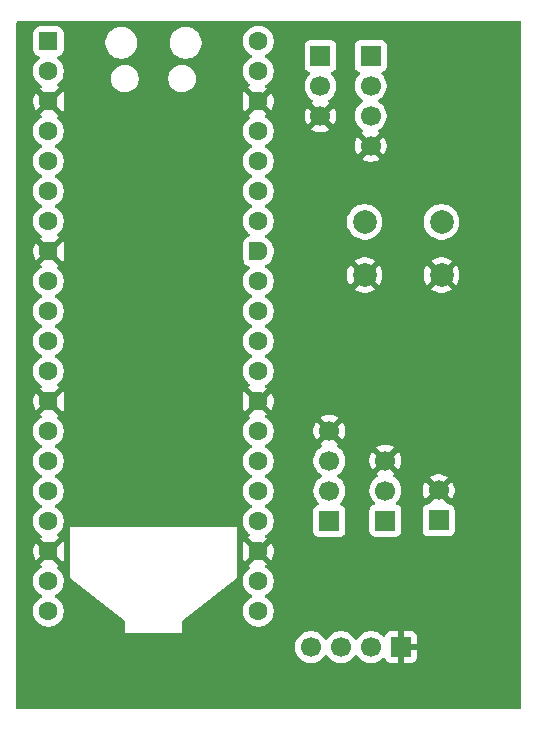
<source format=gbr>
%TF.GenerationSoftware,KiCad,Pcbnew,9.0.6*%
%TF.CreationDate,2025-11-19T19:53:09-08:00*%
%TF.ProjectId,LED sniffer project,4c454420-736e-4696-9666-65722070726f,1.0*%
%TF.SameCoordinates,Original*%
%TF.FileFunction,Copper,L2,Bot*%
%TF.FilePolarity,Positive*%
%FSLAX46Y46*%
G04 Gerber Fmt 4.6, Leading zero omitted, Abs format (unit mm)*
G04 Created by KiCad (PCBNEW 9.0.6) date 2025-11-19 19:53:09*
%MOMM*%
%LPD*%
G01*
G04 APERTURE LIST*
G04 Aperture macros list*
%AMRoundRect*
0 Rectangle with rounded corners*
0 $1 Rounding radius*
0 $2 $3 $4 $5 $6 $7 $8 $9 X,Y pos of 4 corners*
0 Add a 4 corners polygon primitive as box body*
4,1,4,$2,$3,$4,$5,$6,$7,$8,$9,$2,$3,0*
0 Add four circle primitives for the rounded corners*
1,1,$1+$1,$2,$3*
1,1,$1+$1,$4,$5*
1,1,$1+$1,$6,$7*
1,1,$1+$1,$8,$9*
0 Add four rect primitives between the rounded corners*
20,1,$1+$1,$2,$3,$4,$5,0*
20,1,$1+$1,$4,$5,$6,$7,0*
20,1,$1+$1,$6,$7,$8,$9,0*
20,1,$1+$1,$8,$9,$2,$3,0*%
%AMFreePoly0*
4,1,37,0.603843,0.796157,0.639018,0.796157,0.711114,0.766294,0.766294,0.711114,0.796157,0.639018,0.796157,0.603843,0.800000,0.600000,0.800000,-0.600000,0.796157,-0.603843,0.796157,-0.639018,0.766294,-0.711114,0.711114,-0.766294,0.639018,-0.796157,0.603843,-0.796157,0.600000,-0.800000,0.000000,-0.800000,0.000000,-0.796148,-0.078414,-0.796148,-0.232228,-0.765552,-0.377117,-0.705537,
-0.507515,-0.618408,-0.618408,-0.507515,-0.705537,-0.377117,-0.765552,-0.232228,-0.796148,-0.078414,-0.796148,0.078414,-0.765552,0.232228,-0.705537,0.377117,-0.618408,0.507515,-0.507515,0.618408,-0.377117,0.705537,-0.232228,0.765552,-0.078414,0.796148,0.000000,0.796148,0.000000,0.800000,0.600000,0.800000,0.603843,0.796157,0.603843,0.796157,$1*%
%AMFreePoly1*
4,1,37,0.000000,0.796148,0.078414,0.796148,0.232228,0.765552,0.377117,0.705537,0.507515,0.618408,0.618408,0.507515,0.705537,0.377117,0.765552,0.232228,0.796148,0.078414,0.796148,-0.078414,0.765552,-0.232228,0.705537,-0.377117,0.618408,-0.507515,0.507515,-0.618408,0.377117,-0.705537,0.232228,-0.765552,0.078414,-0.796148,0.000000,-0.796148,0.000000,-0.800000,-0.600000,-0.800000,
-0.603843,-0.796157,-0.639018,-0.796157,-0.711114,-0.766294,-0.766294,-0.711114,-0.796157,-0.639018,-0.796157,-0.603843,-0.800000,-0.600000,-0.800000,0.600000,-0.796157,0.603843,-0.796157,0.639018,-0.766294,0.711114,-0.711114,0.766294,-0.639018,0.796157,-0.603843,0.796157,-0.600000,0.800000,0.000000,0.800000,0.000000,0.796148,0.000000,0.796148,$1*%
G04 Aperture macros list end*
%TA.AperFunction,ComponentPad*%
%ADD10C,1.700000*%
%TD*%
%TA.AperFunction,ComponentPad*%
%ADD11R,1.700000X1.700000*%
%TD*%
%TA.AperFunction,ComponentPad*%
%ADD12RoundRect,0.200000X-0.600000X-0.600000X0.600000X-0.600000X0.600000X0.600000X-0.600000X0.600000X0*%
%TD*%
%TA.AperFunction,ComponentPad*%
%ADD13C,1.600000*%
%TD*%
%TA.AperFunction,ComponentPad*%
%ADD14FreePoly0,0.000000*%
%TD*%
%TA.AperFunction,ComponentPad*%
%ADD15FreePoly1,0.000000*%
%TD*%
%TA.AperFunction,ComponentPad*%
%ADD16C,2.000000*%
%TD*%
%TA.AperFunction,ViaPad*%
%ADD17C,0.600000*%
%TD*%
G04 APERTURE END LIST*
D10*
%TO.P,J6,4,Pin_4*%
%TO.N,Net-(J6-Pin_4)*%
X150440000Y-104250000D03*
%TO.P,J6,3,Pin_3*%
%TO.N,Net-(J6-Pin_3)*%
X152980000Y-104250000D03*
%TO.P,J6,2,Pin_2*%
%TO.N,Net-(J6-Pin_2)*%
X155520000Y-104250000D03*
D11*
%TO.P,J6,1,Pin_1*%
%TO.N,GND*%
X158060000Y-104250000D03*
%TD*%
%TO.P,J4,1,Pin_1*%
%TO.N,Net-(J3-Pin_1)*%
X156750000Y-93540000D03*
D10*
%TO.P,J4,2,Pin_2*%
%TO.N,Net-(J4-Pin_2)*%
X156750000Y-91000000D03*
%TO.P,J4,3,Pin_3*%
%TO.N,GND*%
X156750000Y-88460000D03*
%TD*%
D11*
%TO.P,J3,1,Pin_1*%
%TO.N,Net-(J3-Pin_1)*%
X161250000Y-93525000D03*
D10*
%TO.P,J3,2,Pin_2*%
%TO.N,GND*%
X161250000Y-90985000D03*
%TD*%
D11*
%TO.P,J2,1,Pin_1*%
%TO.N,5V*%
X155500000Y-54190000D03*
D10*
%TO.P,J2,2,Pin_2*%
%TO.N,Net-(D1-DIN)*%
X155500000Y-56730000D03*
%TO.P,J2,3,Pin_3*%
%TO.N,Net-(J2-Pin_3)*%
X155500000Y-59270000D03*
%TO.P,J2,4,Pin_4*%
%TO.N,GND*%
X155500000Y-61810000D03*
%TD*%
D11*
%TO.P,J1,1,Pin_1*%
%TO.N,5V*%
X151250000Y-54210000D03*
D10*
%TO.P,J1,2,Pin_2*%
%TO.N,Net-(D1-DIN)*%
X151250000Y-56750000D03*
%TO.P,J1,3,Pin_3*%
%TO.N,GND*%
X151250000Y-59290000D03*
%TD*%
D11*
%TO.P,J5,1,Pin_1*%
%TO.N,Net-(J3-Pin_1)*%
X152000000Y-93560000D03*
D10*
%TO.P,J5,2,Pin_2*%
%TO.N,Net-(J4-Pin_2)*%
X152000000Y-91020000D03*
%TO.P,J5,3,Pin_3*%
%TO.N,Net-(J5-Pin_3)*%
X152000000Y-88480000D03*
%TO.P,J5,4,Pin_4*%
%TO.N,GND*%
X152000000Y-85940000D03*
%TD*%
D12*
%TO.P,PICO_MAIN1,1,GPIO0*%
%TO.N,unconnected-(PICO_MAIN1-GPIO0-Pad1)_1*%
X128220000Y-52960000D03*
D13*
%TO.P,PICO_MAIN1,2,GPIO1*%
%TO.N,unconnected-(PICO_MAIN1-GPIO1-Pad2)_1*%
X128220000Y-55500000D03*
D14*
%TO.P,PICO_MAIN1,3,GND*%
%TO.N,GND*%
X128220000Y-58040000D03*
D13*
%TO.P,PICO_MAIN1,4,GPIO2*%
%TO.N,unconnected-(PICO_MAIN1-GPIO2-Pad4)_1*%
X128220000Y-60580000D03*
%TO.P,PICO_MAIN1,5,GPIO3*%
%TO.N,unconnected-(PICO_MAIN1-GPIO3-Pad5)*%
X128220000Y-63120000D03*
%TO.P,PICO_MAIN1,6,GPIO4*%
%TO.N,unconnected-(PICO_MAIN1-GPIO4-Pad6)_1*%
X128220000Y-65660000D03*
%TO.P,PICO_MAIN1,7,GPIO5*%
%TO.N,unconnected-(PICO_MAIN1-GPIO5-Pad7)*%
X128220000Y-68200000D03*
D14*
%TO.P,PICO_MAIN1,8,GND*%
%TO.N,GND*%
X128220000Y-70740000D03*
D13*
%TO.P,PICO_MAIN1,9,GPIO6*%
%TO.N,unconnected-(PICO_MAIN1-GPIO6-Pad9)*%
X128220000Y-73280000D03*
%TO.P,PICO_MAIN1,10,GPIO7*%
%TO.N,unconnected-(PICO_MAIN1-GPIO7-Pad10)_1*%
X128220000Y-75820000D03*
%TO.P,PICO_MAIN1,11,GPIO8*%
%TO.N,unconnected-(PICO_MAIN1-GPIO8-Pad11)_1*%
X128220000Y-78360000D03*
%TO.P,PICO_MAIN1,12,GPIO9*%
%TO.N,unconnected-(PICO_MAIN1-GPIO9-Pad12)_1*%
X128220000Y-80900000D03*
D14*
%TO.P,PICO_MAIN1,13,GND*%
%TO.N,GND*%
X128220000Y-83440000D03*
D13*
%TO.P,PICO_MAIN1,14,GPIO10*%
%TO.N,unconnected-(PICO_MAIN1-GPIO10-Pad14)_1*%
X128220000Y-85980000D03*
%TO.P,PICO_MAIN1,15,GPIO11*%
%TO.N,unconnected-(PICO_MAIN1-GPIO11-Pad15)*%
X128220000Y-88520000D03*
%TO.P,PICO_MAIN1,16,GPIO12*%
%TO.N,unconnected-(PICO_MAIN1-GPIO12-Pad16)*%
X128220000Y-91060000D03*
%TO.P,PICO_MAIN1,17,GPIO13*%
%TO.N,Net-(J6-Pin_4)*%
X128220000Y-93600000D03*
D14*
%TO.P,PICO_MAIN1,18,GND*%
%TO.N,GND*%
X128220000Y-96140000D03*
D13*
%TO.P,PICO_MAIN1,19,GPIO14*%
%TO.N,Net-(J6-Pin_3)*%
X128220000Y-98680000D03*
%TO.P,PICO_MAIN1,20,GPIO15*%
%TO.N,Net-(J6-Pin_2)*%
X128220000Y-101220000D03*
%TO.P,PICO_MAIN1,21,GPIO16*%
%TO.N,Net-(PICO_MAIN1-GPIO16)*%
X146000000Y-101220000D03*
%TO.P,PICO_MAIN1,22,GPIO17*%
%TO.N,Net-(PICO_MAIN1-GPIO17)*%
X146000000Y-98680000D03*
D15*
%TO.P,PICO_MAIN1,23,GND*%
%TO.N,GND*%
X146000000Y-96140000D03*
D13*
%TO.P,PICO_MAIN1,24,GPIO18*%
%TO.N,Net-(J3-Pin_1)*%
X146000000Y-93600000D03*
%TO.P,PICO_MAIN1,25,GPIO19*%
%TO.N,Net-(J4-Pin_2)*%
X146000000Y-91060000D03*
%TO.P,PICO_MAIN1,26,GPIO20*%
%TO.N,Net-(J5-Pin_3)*%
X146000000Y-88520000D03*
%TO.P,PICO_MAIN1,27,GPIO21*%
%TO.N,unconnected-(PICO_MAIN1-GPIO21-Pad27)*%
X146000000Y-85980000D03*
D15*
%TO.P,PICO_MAIN1,28,GND*%
%TO.N,GND*%
X146000000Y-83440000D03*
D13*
%TO.P,PICO_MAIN1,29,GPIO22*%
%TO.N,unconnected-(PICO_MAIN1-GPIO22-Pad29)_1*%
X146000000Y-80900000D03*
%TO.P,PICO_MAIN1,30,RUN*%
%TO.N,unconnected-(PICO_MAIN1-RUN-Pad30)*%
X146000000Y-78360000D03*
%TO.P,PICO_MAIN1,31,GPIO26_ADC0*%
%TO.N,unconnected-(PICO_MAIN1-GPIO26_ADC0-Pad31)*%
X146000000Y-75820000D03*
%TO.P,PICO_MAIN1,32,GPIO27_ADC1*%
%TO.N,unconnected-(PICO_MAIN1-GPIO27_ADC1-Pad32)*%
X146000000Y-73280000D03*
D15*
%TO.P,PICO_MAIN1,33,AGND*%
%TO.N,unconnected-(PICO_MAIN1-AGND-Pad33)_1*%
X146000000Y-70740000D03*
D13*
%TO.P,PICO_MAIN1,34,GPIO28_ADC2*%
%TO.N,Net-(PICO_MAIN1-GPIO28_ADC2)*%
X146000000Y-68200000D03*
%TO.P,PICO_MAIN1,35,ADC_VREF*%
%TO.N,unconnected-(PICO_MAIN1-ADC_VREF-Pad35)*%
X146000000Y-65660000D03*
%TO.P,PICO_MAIN1,36,3V3*%
%TO.N,unconnected-(PICO_MAIN1-3V3-Pad36)*%
X146000000Y-63120000D03*
%TO.P,PICO_MAIN1,37,3V3_EN*%
%TO.N,unconnected-(PICO_MAIN1-3V3_EN-Pad37)*%
X146000000Y-60580000D03*
D15*
%TO.P,PICO_MAIN1,38,GND*%
%TO.N,GND*%
X146000000Y-58040000D03*
D13*
%TO.P,PICO_MAIN1,39,VSYS*%
%TO.N,5V*%
X146000000Y-55500000D03*
%TO.P,PICO_MAIN1,40,VBUS*%
%TO.N,unconnected-(PICO_MAIN1-VBUS-Pad40)*%
X146000000Y-52960000D03*
%TD*%
D16*
%TO.P,SW1,1*%
%TO.N,Net-(PICO_MAIN1-GPIO28_ADC2)*%
X155000000Y-68250000D03*
X161500000Y-68250000D03*
%TO.P,SW1,2*%
%TO.N,GND*%
X155000000Y-72750000D03*
X161500000Y-72750000D03*
%TD*%
D17*
%TO.N,GND*%
X160000000Y-70250000D03*
X158250000Y-72250000D03*
X158000000Y-70250000D03*
X164750000Y-55500000D03*
X166250000Y-54500000D03*
X165000000Y-52000000D03*
X161000000Y-52000000D03*
X162250000Y-53500000D03*
X162250000Y-57000000D03*
X165750000Y-63500000D03*
X163750000Y-59750000D03*
X162500000Y-61000000D03*
X165750000Y-60000000D03*
X165000000Y-61750000D03*
X161500000Y-60250000D03*
X153000000Y-61500000D03*
X158250000Y-63500000D03*
X158500000Y-64750000D03*
X154250000Y-65000000D03*
X151250000Y-65250000D03*
X151500000Y-62500000D03*
X149750000Y-63250000D03*
X149500000Y-66000000D03*
X152500000Y-66000000D03*
X152250000Y-71750000D03*
X151500000Y-70000000D03*
X149250000Y-70000000D03*
X151250000Y-71750000D03*
X149750000Y-74250000D03*
X161500000Y-75000000D03*
X159250000Y-76750000D03*
X159250000Y-80250000D03*
X158500000Y-80750000D03*
X155250000Y-80250000D03*
X154250000Y-81500000D03*
X161750000Y-80750000D03*
X154750000Y-86250000D03*
X156500000Y-85750000D03*
X156000000Y-85250000D03*
X158750000Y-85750000D03*
X163750000Y-85925000D03*
X160500000Y-85750000D03*
X164250000Y-89500000D03*
X164500000Y-94500000D03*
X158750000Y-96250000D03*
X154500000Y-96500000D03*
X149750000Y-95250000D03*
X151750000Y-97000000D03*
X158500000Y-97250000D03*
X160750000Y-99750000D03*
X150750000Y-99750000D03*
X154750000Y-99750000D03*
X166500000Y-101250000D03*
X163250000Y-103250000D03*
X164500000Y-107250000D03*
X155750000Y-107000000D03*
X157250000Y-107250000D03*
X150250000Y-108500000D03*
X141250000Y-108500000D03*
X127250000Y-107750000D03*
X129500000Y-105500000D03*
X127500000Y-104250000D03*
X126500000Y-105750000D03*
X131000000Y-108250000D03*
X136000000Y-108250000D03*
X146250000Y-109000000D03*
X156250000Y-108500000D03*
X161750000Y-106500000D03*
X166000000Y-104250000D03*
X161750000Y-108000000D03*
X162000000Y-105500000D03*
X143250000Y-79750000D03*
X142250000Y-78000000D03*
X134250000Y-73750000D03*
X139750000Y-67500000D03*
X139250000Y-92500000D03*
X136500000Y-68750000D03*
X135000000Y-82250000D03*
X136500000Y-79000000D03*
X130750000Y-63750000D03*
X138250000Y-86000000D03*
X131250000Y-59500000D03*
X141750000Y-62750000D03*
X142250000Y-91500000D03*
X131500000Y-79000000D03*
X139750000Y-79250000D03*
X142250000Y-58750000D03*
X131000000Y-75000000D03*
X138250000Y-59500000D03*
X132500000Y-70500000D03*
X136250000Y-62000000D03*
X133250000Y-86500000D03*
X132250000Y-88000000D03*
X135750000Y-89250000D03*
X139500000Y-61750000D03*
X132250000Y-76750000D03*
X131750000Y-83250000D03*
X138250000Y-89250000D03*
X137750000Y-63750000D03*
X136250000Y-77000000D03*
X143750000Y-86000000D03*
X141750000Y-87750000D03*
X133750000Y-91250000D03*
%TD*%
%TA.AperFunction,Conductor*%
%TO.N,GND*%
G36*
X168192539Y-51270185D02*
G01*
X168238294Y-51322989D01*
X168249500Y-51374500D01*
X168249500Y-109375500D01*
X168229815Y-109442539D01*
X168177011Y-109488294D01*
X168125500Y-109499500D01*
X125624500Y-109499500D01*
X125557461Y-109479815D01*
X125511706Y-109427011D01*
X125500500Y-109375500D01*
X125500500Y-104143713D01*
X149089500Y-104143713D01*
X149089500Y-104356286D01*
X149122753Y-104566239D01*
X149188444Y-104768414D01*
X149284951Y-104957820D01*
X149409890Y-105129786D01*
X149560213Y-105280109D01*
X149732179Y-105405048D01*
X149732181Y-105405049D01*
X149732184Y-105405051D01*
X149921588Y-105501557D01*
X150123757Y-105567246D01*
X150333713Y-105600500D01*
X150333714Y-105600500D01*
X150546286Y-105600500D01*
X150546287Y-105600500D01*
X150756243Y-105567246D01*
X150958412Y-105501557D01*
X151147816Y-105405051D01*
X151234478Y-105342088D01*
X151319786Y-105280109D01*
X151319788Y-105280106D01*
X151319792Y-105280104D01*
X151470104Y-105129792D01*
X151470106Y-105129788D01*
X151470109Y-105129786D01*
X151595048Y-104957820D01*
X151595047Y-104957820D01*
X151595051Y-104957816D01*
X151599514Y-104949054D01*
X151647488Y-104898259D01*
X151715308Y-104881463D01*
X151781444Y-104903999D01*
X151820486Y-104949056D01*
X151824951Y-104957820D01*
X151949890Y-105129786D01*
X152100213Y-105280109D01*
X152272179Y-105405048D01*
X152272181Y-105405049D01*
X152272184Y-105405051D01*
X152461588Y-105501557D01*
X152663757Y-105567246D01*
X152873713Y-105600500D01*
X152873714Y-105600500D01*
X153086286Y-105600500D01*
X153086287Y-105600500D01*
X153296243Y-105567246D01*
X153498412Y-105501557D01*
X153687816Y-105405051D01*
X153774478Y-105342088D01*
X153859786Y-105280109D01*
X153859788Y-105280106D01*
X153859792Y-105280104D01*
X154010104Y-105129792D01*
X154010106Y-105129788D01*
X154010109Y-105129786D01*
X154135048Y-104957820D01*
X154135047Y-104957820D01*
X154135051Y-104957816D01*
X154139514Y-104949054D01*
X154187488Y-104898259D01*
X154255308Y-104881463D01*
X154321444Y-104903999D01*
X154360486Y-104949056D01*
X154364951Y-104957820D01*
X154489890Y-105129786D01*
X154640213Y-105280109D01*
X154812179Y-105405048D01*
X154812181Y-105405049D01*
X154812184Y-105405051D01*
X155001588Y-105501557D01*
X155203757Y-105567246D01*
X155413713Y-105600500D01*
X155413714Y-105600500D01*
X155626286Y-105600500D01*
X155626287Y-105600500D01*
X155836243Y-105567246D01*
X156038412Y-105501557D01*
X156227816Y-105405051D01*
X156314478Y-105342088D01*
X156399784Y-105280110D01*
X156399784Y-105280109D01*
X156399792Y-105280104D01*
X156513717Y-105166178D01*
X156575036Y-105132696D01*
X156644728Y-105137680D01*
X156700662Y-105179551D01*
X156717577Y-105210528D01*
X156766646Y-105342088D01*
X156766649Y-105342093D01*
X156852809Y-105457187D01*
X156852812Y-105457190D01*
X156967906Y-105543350D01*
X156967913Y-105543354D01*
X157102620Y-105593596D01*
X157102627Y-105593598D01*
X157162155Y-105599999D01*
X157162172Y-105600000D01*
X157810000Y-105600000D01*
X157810000Y-104683012D01*
X157867007Y-104715925D01*
X157994174Y-104750000D01*
X158125826Y-104750000D01*
X158252993Y-104715925D01*
X158310000Y-104683012D01*
X158310000Y-105600000D01*
X158957828Y-105600000D01*
X158957844Y-105599999D01*
X159017372Y-105593598D01*
X159017379Y-105593596D01*
X159152086Y-105543354D01*
X159152093Y-105543350D01*
X159267187Y-105457190D01*
X159267190Y-105457187D01*
X159353350Y-105342093D01*
X159353354Y-105342086D01*
X159403596Y-105207379D01*
X159403598Y-105207372D01*
X159409999Y-105147844D01*
X159410000Y-105147827D01*
X159410000Y-104500000D01*
X158493012Y-104500000D01*
X158525925Y-104442993D01*
X158560000Y-104315826D01*
X158560000Y-104184174D01*
X158525925Y-104057007D01*
X158493012Y-104000000D01*
X159410000Y-104000000D01*
X159410000Y-103352172D01*
X159409999Y-103352155D01*
X159403598Y-103292627D01*
X159403596Y-103292620D01*
X159353354Y-103157913D01*
X159353350Y-103157906D01*
X159267190Y-103042812D01*
X159267187Y-103042809D01*
X159152093Y-102956649D01*
X159152086Y-102956645D01*
X159017379Y-102906403D01*
X159017372Y-102906401D01*
X158957844Y-102900000D01*
X158310000Y-102900000D01*
X158310000Y-103816988D01*
X158252993Y-103784075D01*
X158125826Y-103750000D01*
X157994174Y-103750000D01*
X157867007Y-103784075D01*
X157810000Y-103816988D01*
X157810000Y-102900000D01*
X157162155Y-102900000D01*
X157102627Y-102906401D01*
X157102620Y-102906403D01*
X156967913Y-102956645D01*
X156967906Y-102956649D01*
X156852812Y-103042809D01*
X156852809Y-103042812D01*
X156766649Y-103157906D01*
X156766646Y-103157912D01*
X156717577Y-103289471D01*
X156675705Y-103345404D01*
X156610241Y-103369821D01*
X156541968Y-103354969D01*
X156513714Y-103333818D01*
X156399786Y-103219890D01*
X156227820Y-103094951D01*
X156038414Y-102998444D01*
X156038413Y-102998443D01*
X156038412Y-102998443D01*
X155836243Y-102932754D01*
X155836241Y-102932753D01*
X155836240Y-102932753D01*
X155674957Y-102907208D01*
X155626287Y-102899500D01*
X155413713Y-102899500D01*
X155365042Y-102907208D01*
X155203760Y-102932753D01*
X155001585Y-102998444D01*
X154812179Y-103094951D01*
X154640213Y-103219890D01*
X154489890Y-103370213D01*
X154364949Y-103542182D01*
X154360484Y-103550946D01*
X154312509Y-103601742D01*
X154244688Y-103618536D01*
X154178553Y-103595998D01*
X154139516Y-103550946D01*
X154135050Y-103542182D01*
X154010109Y-103370213D01*
X153859786Y-103219890D01*
X153687820Y-103094951D01*
X153498414Y-102998444D01*
X153498413Y-102998443D01*
X153498412Y-102998443D01*
X153296243Y-102932754D01*
X153296241Y-102932753D01*
X153296240Y-102932753D01*
X153134957Y-102907208D01*
X153086287Y-102899500D01*
X152873713Y-102899500D01*
X152825042Y-102907208D01*
X152663760Y-102932753D01*
X152461585Y-102998444D01*
X152272179Y-103094951D01*
X152100213Y-103219890D01*
X151949890Y-103370213D01*
X151824949Y-103542182D01*
X151820484Y-103550946D01*
X151772509Y-103601742D01*
X151704688Y-103618536D01*
X151638553Y-103595998D01*
X151599516Y-103550946D01*
X151595050Y-103542182D01*
X151470109Y-103370213D01*
X151319786Y-103219890D01*
X151147820Y-103094951D01*
X150958414Y-102998444D01*
X150958413Y-102998443D01*
X150958412Y-102998443D01*
X150756243Y-102932754D01*
X150756241Y-102932753D01*
X150756240Y-102932753D01*
X150594957Y-102907208D01*
X150546287Y-102899500D01*
X150333713Y-102899500D01*
X150285042Y-102907208D01*
X150123760Y-102932753D01*
X149921585Y-102998444D01*
X149732179Y-103094951D01*
X149560213Y-103219890D01*
X149409890Y-103370213D01*
X149284951Y-103542179D01*
X149188444Y-103731585D01*
X149122753Y-103933760D01*
X149089500Y-104143713D01*
X125500500Y-104143713D01*
X125500500Y-57961210D01*
X126915000Y-57961210D01*
X126915000Y-58118789D01*
X126924701Y-58217299D01*
X126924701Y-58217302D01*
X126955444Y-58371864D01*
X126984185Y-58466612D01*
X127044490Y-58612198D01*
X127091155Y-58699501D01*
X127091161Y-58699511D01*
X127137534Y-58768912D01*
X127737037Y-58169410D01*
X127754075Y-58232993D01*
X127819901Y-58347007D01*
X127912993Y-58440099D01*
X128027007Y-58505925D01*
X128090589Y-58522962D01*
X127491085Y-59122465D01*
X127560488Y-59168838D01*
X127560498Y-59168844D01*
X127626454Y-59204099D01*
X127676298Y-59253062D01*
X127691758Y-59321200D01*
X127667926Y-59386879D01*
X127624295Y-59423942D01*
X127538386Y-59467715D01*
X127372786Y-59588028D01*
X127228028Y-59732786D01*
X127107715Y-59898386D01*
X127014781Y-60080776D01*
X126951522Y-60275465D01*
X126919500Y-60477648D01*
X126919500Y-60682351D01*
X126951522Y-60884534D01*
X127014781Y-61079223D01*
X127107715Y-61261613D01*
X127228028Y-61427213D01*
X127372786Y-61571971D01*
X127527749Y-61684556D01*
X127538390Y-61692287D01*
X127629840Y-61738883D01*
X127631080Y-61739515D01*
X127681876Y-61787490D01*
X127698671Y-61855311D01*
X127676134Y-61921446D01*
X127631080Y-61960485D01*
X127538386Y-62007715D01*
X127372786Y-62128028D01*
X127228028Y-62272786D01*
X127107715Y-62438386D01*
X127014781Y-62620776D01*
X126951522Y-62815465D01*
X126919500Y-63017648D01*
X126919500Y-63222351D01*
X126951522Y-63424534D01*
X127014781Y-63619223D01*
X127107715Y-63801613D01*
X127228028Y-63967213D01*
X127372786Y-64111971D01*
X127527749Y-64224556D01*
X127538390Y-64232287D01*
X127629840Y-64278883D01*
X127631080Y-64279515D01*
X127681876Y-64327490D01*
X127698671Y-64395311D01*
X127676134Y-64461446D01*
X127631080Y-64500485D01*
X127538386Y-64547715D01*
X127372786Y-64668028D01*
X127228028Y-64812786D01*
X127107715Y-64978386D01*
X127014781Y-65160776D01*
X126951522Y-65355465D01*
X126919500Y-65557648D01*
X126919500Y-65762351D01*
X126951522Y-65964534D01*
X127014781Y-66159223D01*
X127107715Y-66341613D01*
X127228028Y-66507213D01*
X127372786Y-66651971D01*
X127507026Y-66749500D01*
X127538390Y-66772287D01*
X127629840Y-66818883D01*
X127631080Y-66819515D01*
X127681876Y-66867490D01*
X127698671Y-66935311D01*
X127676134Y-67001446D01*
X127631080Y-67040485D01*
X127538386Y-67087715D01*
X127372786Y-67208028D01*
X127228028Y-67352786D01*
X127107715Y-67518386D01*
X127014781Y-67700776D01*
X126951522Y-67895465D01*
X126919500Y-68097648D01*
X126919500Y-68302351D01*
X126951522Y-68504534D01*
X127014781Y-68699223D01*
X127107715Y-68881613D01*
X127228028Y-69047213D01*
X127372786Y-69191971D01*
X127538388Y-69312286D01*
X127538390Y-69312287D01*
X127624294Y-69356057D01*
X127675090Y-69404031D01*
X127691886Y-69471852D01*
X127669349Y-69537987D01*
X127626455Y-69575899D01*
X127560497Y-69611155D01*
X127491086Y-69657534D01*
X127491085Y-69657534D01*
X128090589Y-70257037D01*
X128027007Y-70274075D01*
X127912993Y-70339901D01*
X127819901Y-70432993D01*
X127754075Y-70547007D01*
X127737037Y-70610588D01*
X127137534Y-70011085D01*
X127137534Y-70011086D01*
X127091158Y-70080493D01*
X127044490Y-70167801D01*
X126984185Y-70313387D01*
X126955444Y-70408135D01*
X126924701Y-70562697D01*
X126924701Y-70562700D01*
X126915000Y-70661210D01*
X126915000Y-70818789D01*
X126924701Y-70917299D01*
X126924701Y-70917302D01*
X126955444Y-71071864D01*
X126984185Y-71166612D01*
X127044490Y-71312198D01*
X127091155Y-71399501D01*
X127091161Y-71399511D01*
X127137534Y-71468912D01*
X127737037Y-70869410D01*
X127754075Y-70932993D01*
X127819901Y-71047007D01*
X127912993Y-71140099D01*
X128027007Y-71205925D01*
X128090589Y-71222962D01*
X127491085Y-71822465D01*
X127560488Y-71868838D01*
X127560498Y-71868844D01*
X127626454Y-71904099D01*
X127676298Y-71953062D01*
X127691758Y-72021200D01*
X127667926Y-72086879D01*
X127624295Y-72123942D01*
X127538386Y-72167715D01*
X127372786Y-72288028D01*
X127228028Y-72432786D01*
X127107715Y-72598386D01*
X127014781Y-72780776D01*
X126951522Y-72975465D01*
X126919500Y-73177648D01*
X126919500Y-73382351D01*
X126951522Y-73584534D01*
X127014781Y-73779223D01*
X127107715Y-73961613D01*
X127228028Y-74127213D01*
X127372786Y-74271971D01*
X127527749Y-74384556D01*
X127538390Y-74392287D01*
X127629840Y-74438883D01*
X127631080Y-74439515D01*
X127681876Y-74487490D01*
X127698671Y-74555311D01*
X127676134Y-74621446D01*
X127631080Y-74660485D01*
X127538386Y-74707715D01*
X127372786Y-74828028D01*
X127228028Y-74972786D01*
X127107715Y-75138386D01*
X127014781Y-75320776D01*
X126951522Y-75515465D01*
X126919500Y-75717648D01*
X126919500Y-75922351D01*
X126951522Y-76124534D01*
X127014781Y-76319223D01*
X127107715Y-76501613D01*
X127228028Y-76667213D01*
X127372786Y-76811971D01*
X127527749Y-76924556D01*
X127538390Y-76932287D01*
X127629840Y-76978883D01*
X127631080Y-76979515D01*
X127681876Y-77027490D01*
X127698671Y-77095311D01*
X127676134Y-77161446D01*
X127631080Y-77200485D01*
X127538386Y-77247715D01*
X127372786Y-77368028D01*
X127228028Y-77512786D01*
X127107715Y-77678386D01*
X127014781Y-77860776D01*
X126951522Y-78055465D01*
X126919500Y-78257648D01*
X126919500Y-78462351D01*
X126951522Y-78664534D01*
X127014781Y-78859223D01*
X127107715Y-79041613D01*
X127228028Y-79207213D01*
X127372786Y-79351971D01*
X127527749Y-79464556D01*
X127538390Y-79472287D01*
X127629840Y-79518883D01*
X127631080Y-79519515D01*
X127681876Y-79567490D01*
X127698671Y-79635311D01*
X127676134Y-79701446D01*
X127631080Y-79740485D01*
X127538386Y-79787715D01*
X127372786Y-79908028D01*
X127228028Y-80052786D01*
X127107715Y-80218386D01*
X127014781Y-80400776D01*
X126951522Y-80595465D01*
X126919500Y-80797648D01*
X126919500Y-81002351D01*
X126951522Y-81204534D01*
X127014781Y-81399223D01*
X127107715Y-81581613D01*
X127228028Y-81747213D01*
X127372786Y-81891971D01*
X127538388Y-82012286D01*
X127538390Y-82012287D01*
X127624294Y-82056057D01*
X127675090Y-82104031D01*
X127691886Y-82171852D01*
X127669349Y-82237987D01*
X127626455Y-82275899D01*
X127560497Y-82311155D01*
X127491086Y-82357534D01*
X127491085Y-82357534D01*
X128090589Y-82957037D01*
X128027007Y-82974075D01*
X127912993Y-83039901D01*
X127819901Y-83132993D01*
X127754075Y-83247007D01*
X127737037Y-83310588D01*
X127137534Y-82711085D01*
X127137534Y-82711086D01*
X127091158Y-82780493D01*
X127044490Y-82867801D01*
X126984185Y-83013387D01*
X126955444Y-83108135D01*
X126924701Y-83262697D01*
X126924701Y-83262700D01*
X126915000Y-83361210D01*
X126915000Y-83518789D01*
X126924701Y-83617299D01*
X126924701Y-83617302D01*
X126955444Y-83771864D01*
X126984185Y-83866612D01*
X127044490Y-84012198D01*
X127091155Y-84099501D01*
X127091161Y-84099511D01*
X127137534Y-84168912D01*
X127737037Y-83569410D01*
X127754075Y-83632993D01*
X127819901Y-83747007D01*
X127912993Y-83840099D01*
X128027007Y-83905925D01*
X128090589Y-83922962D01*
X127491085Y-84522465D01*
X127560488Y-84568838D01*
X127560498Y-84568844D01*
X127626454Y-84604099D01*
X127676298Y-84653062D01*
X127691758Y-84721200D01*
X127667926Y-84786879D01*
X127624295Y-84823942D01*
X127538386Y-84867715D01*
X127372786Y-84988028D01*
X127228028Y-85132786D01*
X127107715Y-85298386D01*
X127014781Y-85480776D01*
X126951522Y-85675465D01*
X126919500Y-85877648D01*
X126919500Y-86082351D01*
X126951522Y-86284534D01*
X127014781Y-86479223D01*
X127107715Y-86661613D01*
X127228028Y-86827213D01*
X127372786Y-86971971D01*
X127487440Y-87055270D01*
X127538390Y-87092287D01*
X127611425Y-87129500D01*
X127631080Y-87139515D01*
X127681876Y-87187490D01*
X127698671Y-87255311D01*
X127676134Y-87321446D01*
X127631080Y-87360485D01*
X127538386Y-87407715D01*
X127372786Y-87528028D01*
X127228028Y-87672786D01*
X127107715Y-87838386D01*
X127014781Y-88020776D01*
X126951522Y-88215465D01*
X126919500Y-88417648D01*
X126919500Y-88622351D01*
X126951522Y-88824534D01*
X127014781Y-89019223D01*
X127107715Y-89201613D01*
X127228028Y-89367213D01*
X127372786Y-89511971D01*
X127520421Y-89619232D01*
X127538390Y-89632287D01*
X127608956Y-89668242D01*
X127631080Y-89679515D01*
X127681876Y-89727490D01*
X127698671Y-89795311D01*
X127676134Y-89861446D01*
X127631080Y-89900485D01*
X127538386Y-89947715D01*
X127372786Y-90068028D01*
X127228028Y-90212786D01*
X127107715Y-90378386D01*
X127014781Y-90560776D01*
X126951522Y-90755465D01*
X126919500Y-90957648D01*
X126919500Y-91162351D01*
X126951522Y-91364534D01*
X127014781Y-91559223D01*
X127107715Y-91741613D01*
X127228028Y-91907213D01*
X127372786Y-92051971D01*
X127514666Y-92155051D01*
X127538390Y-92172287D01*
X127624003Y-92215909D01*
X127631080Y-92219515D01*
X127681876Y-92267490D01*
X127698671Y-92335311D01*
X127676134Y-92401446D01*
X127631080Y-92440485D01*
X127538386Y-92487715D01*
X127372786Y-92608028D01*
X127228028Y-92752786D01*
X127107715Y-92918386D01*
X127014781Y-93100776D01*
X126951522Y-93295465D01*
X126919500Y-93497648D01*
X126919500Y-93702351D01*
X126951522Y-93904534D01*
X127014781Y-94099223D01*
X127107715Y-94281613D01*
X127228028Y-94447213D01*
X127372786Y-94591971D01*
X127538388Y-94712286D01*
X127538390Y-94712287D01*
X127624294Y-94756057D01*
X127675090Y-94804031D01*
X127691886Y-94871852D01*
X127669349Y-94937987D01*
X127626455Y-94975899D01*
X127560497Y-95011155D01*
X127491086Y-95057534D01*
X127491085Y-95057534D01*
X128090589Y-95657037D01*
X128027007Y-95674075D01*
X127912993Y-95739901D01*
X127819901Y-95832993D01*
X127754075Y-95947007D01*
X127737037Y-96010588D01*
X127137534Y-95411085D01*
X127137534Y-95411086D01*
X127091158Y-95480493D01*
X127044490Y-95567801D01*
X126984185Y-95713387D01*
X126955444Y-95808135D01*
X126924701Y-95962697D01*
X126924701Y-95962700D01*
X126915000Y-96061210D01*
X126915000Y-96218789D01*
X126924701Y-96317299D01*
X126924701Y-96317302D01*
X126955444Y-96471864D01*
X126984185Y-96566612D01*
X127044490Y-96712198D01*
X127091155Y-96799501D01*
X127091161Y-96799511D01*
X127137534Y-96868912D01*
X127737037Y-96269410D01*
X127754075Y-96332993D01*
X127819901Y-96447007D01*
X127912993Y-96540099D01*
X128027007Y-96605925D01*
X128090589Y-96622962D01*
X127491085Y-97222465D01*
X127560488Y-97268838D01*
X127560498Y-97268844D01*
X127626454Y-97304099D01*
X127676298Y-97353062D01*
X127691758Y-97421200D01*
X127667926Y-97486879D01*
X127624295Y-97523942D01*
X127538386Y-97567715D01*
X127372786Y-97688028D01*
X127228028Y-97832786D01*
X127107715Y-97998386D01*
X127014781Y-98180776D01*
X126951522Y-98375465D01*
X126919500Y-98577648D01*
X126919500Y-98782351D01*
X126951522Y-98984534D01*
X127014781Y-99179223D01*
X127107715Y-99361613D01*
X127228028Y-99527213D01*
X127372786Y-99671971D01*
X127527749Y-99784556D01*
X127538390Y-99792287D01*
X127629840Y-99838883D01*
X127631080Y-99839515D01*
X127681876Y-99887490D01*
X127698671Y-99955311D01*
X127676134Y-100021446D01*
X127631080Y-100060485D01*
X127538386Y-100107715D01*
X127372786Y-100228028D01*
X127228028Y-100372786D01*
X127107715Y-100538386D01*
X127014781Y-100720776D01*
X126951522Y-100915465D01*
X126919500Y-101117648D01*
X126919500Y-101322351D01*
X126951522Y-101524534D01*
X127014781Y-101719223D01*
X127107715Y-101901613D01*
X127228028Y-102067213D01*
X127372786Y-102211971D01*
X127527749Y-102324556D01*
X127538390Y-102332287D01*
X127654607Y-102391503D01*
X127720776Y-102425218D01*
X127720778Y-102425218D01*
X127720781Y-102425220D01*
X127825137Y-102459127D01*
X127915465Y-102488477D01*
X128016557Y-102504488D01*
X128117648Y-102520500D01*
X128117649Y-102520500D01*
X128322351Y-102520500D01*
X128322352Y-102520500D01*
X128524534Y-102488477D01*
X128719219Y-102425220D01*
X128901610Y-102332287D01*
X128994590Y-102264732D01*
X129067213Y-102211971D01*
X129067215Y-102211968D01*
X129067219Y-102211966D01*
X129211966Y-102067219D01*
X129211968Y-102067215D01*
X129211971Y-102067213D01*
X129264732Y-101994590D01*
X129332287Y-101901610D01*
X129425220Y-101719219D01*
X129488477Y-101524534D01*
X129520500Y-101322352D01*
X129520500Y-101117648D01*
X129488477Y-100915466D01*
X129425220Y-100720781D01*
X129425218Y-100720778D01*
X129425218Y-100720776D01*
X129391503Y-100654607D01*
X129332287Y-100538390D01*
X129324556Y-100527749D01*
X129211971Y-100372786D01*
X129067213Y-100228028D01*
X128901614Y-100107715D01*
X128895006Y-100104348D01*
X128808917Y-100060483D01*
X128758123Y-100012511D01*
X128741328Y-99944690D01*
X128763865Y-99878555D01*
X128808917Y-99839516D01*
X128901610Y-99792287D01*
X128922770Y-99776913D01*
X129067213Y-99671971D01*
X129067215Y-99671968D01*
X129067219Y-99671966D01*
X129211966Y-99527219D01*
X129211968Y-99527215D01*
X129211971Y-99527213D01*
X129264732Y-99454590D01*
X129332287Y-99361610D01*
X129425220Y-99179219D01*
X129488477Y-98984534D01*
X129520500Y-98782352D01*
X129520500Y-98577648D01*
X129497098Y-98429895D01*
X130010000Y-98429895D01*
X134662057Y-102042663D01*
X134702931Y-102099327D01*
X134710000Y-102140597D01*
X134710000Y-103090000D01*
X139510000Y-103090000D01*
X139510000Y-102140597D01*
X139529685Y-102073558D01*
X139557941Y-102042664D01*
X144210000Y-98429895D01*
X144210000Y-94090000D01*
X130010000Y-94090000D01*
X130010000Y-98429895D01*
X129497098Y-98429895D01*
X129488477Y-98375466D01*
X129425220Y-98180781D01*
X129425218Y-98180778D01*
X129425218Y-98180776D01*
X129391503Y-98114607D01*
X129332287Y-97998390D01*
X129324556Y-97987749D01*
X129211971Y-97832786D01*
X129067217Y-97688032D01*
X128990415Y-97632232D01*
X128947750Y-97576902D01*
X128941771Y-97507288D01*
X128974377Y-97445494D01*
X129032640Y-97411765D01*
X129053039Y-97406559D01*
X129109584Y-97383136D01*
X129109584Y-97383135D01*
X128349410Y-96622962D01*
X128412993Y-96605925D01*
X128527007Y-96540099D01*
X128620099Y-96447007D01*
X128685925Y-96332993D01*
X128702962Y-96269411D01*
X129463135Y-97029584D01*
X129463136Y-97029584D01*
X129486552Y-96973053D01*
X129504544Y-96922053D01*
X129524999Y-96779780D01*
X129525000Y-96779779D01*
X129525000Y-95500214D01*
X129522106Y-95446237D01*
X129522106Y-95446235D01*
X129486561Y-95306969D01*
X129486559Y-95306962D01*
X129463135Y-95250414D01*
X128702962Y-96010588D01*
X128685925Y-95947007D01*
X128620099Y-95832993D01*
X128527007Y-95739901D01*
X128412993Y-95674075D01*
X128349410Y-95657037D01*
X129109584Y-94896862D01*
X129053059Y-94873449D01*
X129053048Y-94873445D01*
X129024374Y-94863329D01*
X128967703Y-94822462D01*
X128942122Y-94757443D01*
X128955754Y-94688916D01*
X128992745Y-94646074D01*
X129067215Y-94591969D01*
X129067215Y-94591968D01*
X129067219Y-94591966D01*
X129211966Y-94447219D01*
X129211968Y-94447215D01*
X129211971Y-94447213D01*
X129264732Y-94374590D01*
X129332287Y-94281610D01*
X129425220Y-94099219D01*
X129488477Y-93904534D01*
X129520500Y-93702352D01*
X129520500Y-93497648D01*
X129488477Y-93295466D01*
X129425220Y-93100781D01*
X129425218Y-93100778D01*
X129425218Y-93100776D01*
X129391503Y-93034607D01*
X129332287Y-92918390D01*
X129324556Y-92907749D01*
X129211971Y-92752786D01*
X129067213Y-92608028D01*
X128901614Y-92487715D01*
X128862271Y-92467669D01*
X128808917Y-92440483D01*
X128758123Y-92392511D01*
X128741328Y-92324690D01*
X128763865Y-92258555D01*
X128808917Y-92219516D01*
X128901610Y-92172287D01*
X129015072Y-92089853D01*
X129067213Y-92051971D01*
X129067215Y-92051968D01*
X129067219Y-92051966D01*
X129211966Y-91907219D01*
X129211968Y-91907215D01*
X129211971Y-91907213D01*
X129264732Y-91834590D01*
X129332287Y-91741610D01*
X129425220Y-91559219D01*
X129488477Y-91364534D01*
X129520500Y-91162352D01*
X129520500Y-90957648D01*
X129512674Y-90908237D01*
X129488477Y-90755465D01*
X129425218Y-90560776D01*
X129384869Y-90481588D01*
X129332287Y-90378390D01*
X129284186Y-90312184D01*
X129211971Y-90212786D01*
X129067213Y-90068028D01*
X128901614Y-89947715D01*
X128895006Y-89944348D01*
X128808917Y-89900483D01*
X128758123Y-89852511D01*
X128741328Y-89784690D01*
X128763865Y-89718555D01*
X128808917Y-89679516D01*
X128901610Y-89632287D01*
X128980088Y-89575270D01*
X129067213Y-89511971D01*
X129067215Y-89511968D01*
X129067219Y-89511966D01*
X129211966Y-89367219D01*
X129211968Y-89367215D01*
X129211971Y-89367213D01*
X129264732Y-89294590D01*
X129332287Y-89201610D01*
X129425220Y-89019219D01*
X129488477Y-88824534D01*
X129520500Y-88622352D01*
X129520500Y-88417648D01*
X129510380Y-88353753D01*
X129488477Y-88215465D01*
X129425218Y-88020776D01*
X129384968Y-87941782D01*
X129332287Y-87838390D01*
X129284186Y-87772184D01*
X129211971Y-87672786D01*
X129067213Y-87528028D01*
X128901614Y-87407715D01*
X128895006Y-87404348D01*
X128808917Y-87360483D01*
X128758123Y-87312511D01*
X128741328Y-87244690D01*
X128763865Y-87178555D01*
X128808917Y-87139516D01*
X128901610Y-87092287D01*
X128952560Y-87055270D01*
X129067213Y-86971971D01*
X129067215Y-86971968D01*
X129067219Y-86971966D01*
X129211966Y-86827219D01*
X129211968Y-86827215D01*
X129211971Y-86827213D01*
X129264732Y-86754590D01*
X129332287Y-86661610D01*
X129425220Y-86479219D01*
X129488477Y-86284534D01*
X129520500Y-86082352D01*
X129520500Y-85877648D01*
X129519950Y-85874174D01*
X129488477Y-85675465D01*
X129425218Y-85480776D01*
X129391503Y-85414607D01*
X129332287Y-85298390D01*
X129324556Y-85287749D01*
X129211971Y-85132786D01*
X129067217Y-84988032D01*
X128990415Y-84932232D01*
X128947750Y-84876902D01*
X128941771Y-84807288D01*
X128974377Y-84745494D01*
X129032640Y-84711765D01*
X129053039Y-84706559D01*
X129109584Y-84683136D01*
X129109584Y-84683135D01*
X128349410Y-83922962D01*
X128412993Y-83905925D01*
X128527007Y-83840099D01*
X128620099Y-83747007D01*
X128685925Y-83632993D01*
X128702962Y-83569411D01*
X129463135Y-84329584D01*
X129463136Y-84329584D01*
X129486552Y-84273053D01*
X129504544Y-84222053D01*
X129524999Y-84079780D01*
X129525000Y-84079779D01*
X129525000Y-82800224D01*
X129524999Y-82800204D01*
X129522106Y-82746237D01*
X129522106Y-82746235D01*
X129486561Y-82606969D01*
X129486559Y-82606962D01*
X129463135Y-82550414D01*
X128702962Y-83310588D01*
X128685925Y-83247007D01*
X128620099Y-83132993D01*
X128527007Y-83039901D01*
X128412993Y-82974075D01*
X128349410Y-82957037D01*
X129109584Y-82196862D01*
X129053059Y-82173449D01*
X129053048Y-82173445D01*
X129024374Y-82163329D01*
X128967703Y-82122462D01*
X128942122Y-82057443D01*
X128955754Y-81988916D01*
X128992745Y-81946074D01*
X129067215Y-81891969D01*
X129067215Y-81891968D01*
X129067219Y-81891966D01*
X129211966Y-81747219D01*
X129211968Y-81747215D01*
X129211971Y-81747213D01*
X129264732Y-81674590D01*
X129332287Y-81581610D01*
X129425220Y-81399219D01*
X129488477Y-81204534D01*
X129520500Y-81002352D01*
X129520500Y-80797648D01*
X129488477Y-80595466D01*
X129425220Y-80400781D01*
X129425218Y-80400778D01*
X129425218Y-80400776D01*
X129391503Y-80334607D01*
X129332287Y-80218390D01*
X129324556Y-80207749D01*
X129211971Y-80052786D01*
X129067213Y-79908028D01*
X128901614Y-79787715D01*
X128895006Y-79784348D01*
X128808917Y-79740483D01*
X128758123Y-79692511D01*
X128741328Y-79624690D01*
X128763865Y-79558555D01*
X128808917Y-79519516D01*
X128901610Y-79472287D01*
X128922770Y-79456913D01*
X129067213Y-79351971D01*
X129067215Y-79351968D01*
X129067219Y-79351966D01*
X129211966Y-79207219D01*
X129211968Y-79207215D01*
X129211971Y-79207213D01*
X129264732Y-79134590D01*
X129332287Y-79041610D01*
X129425220Y-78859219D01*
X129488477Y-78664534D01*
X129520500Y-78462352D01*
X129520500Y-78257648D01*
X129488477Y-78055466D01*
X129425220Y-77860781D01*
X129425218Y-77860778D01*
X129425218Y-77860776D01*
X129391503Y-77794607D01*
X129332287Y-77678390D01*
X129324556Y-77667749D01*
X129211971Y-77512786D01*
X129067213Y-77368028D01*
X128901614Y-77247715D01*
X128895006Y-77244348D01*
X128808917Y-77200483D01*
X128758123Y-77152511D01*
X128741328Y-77084690D01*
X128763865Y-77018555D01*
X128808917Y-76979516D01*
X128901610Y-76932287D01*
X128922770Y-76916913D01*
X129067213Y-76811971D01*
X129067215Y-76811968D01*
X129067219Y-76811966D01*
X129211966Y-76667219D01*
X129211968Y-76667215D01*
X129211971Y-76667213D01*
X129264732Y-76594590D01*
X129332287Y-76501610D01*
X129425220Y-76319219D01*
X129488477Y-76124534D01*
X129520500Y-75922352D01*
X129520500Y-75717648D01*
X129488477Y-75515466D01*
X129425220Y-75320781D01*
X129425218Y-75320778D01*
X129425218Y-75320776D01*
X129391503Y-75254607D01*
X129332287Y-75138390D01*
X129324556Y-75127749D01*
X129211971Y-74972786D01*
X129067213Y-74828028D01*
X128901614Y-74707715D01*
X128895006Y-74704348D01*
X128808917Y-74660483D01*
X128758123Y-74612511D01*
X128741328Y-74544690D01*
X128763865Y-74478555D01*
X128808917Y-74439516D01*
X128901610Y-74392287D01*
X128922770Y-74376913D01*
X129067213Y-74271971D01*
X129067215Y-74271968D01*
X129067219Y-74271966D01*
X129211966Y-74127219D01*
X129211968Y-74127215D01*
X129211971Y-74127213D01*
X129324260Y-73972658D01*
X129332287Y-73961610D01*
X129425220Y-73779219D01*
X129488477Y-73584534D01*
X129520500Y-73382352D01*
X129520500Y-73177648D01*
X129488477Y-72975465D01*
X129425218Y-72780776D01*
X129391503Y-72714607D01*
X129332287Y-72598390D01*
X129324556Y-72587749D01*
X129211971Y-72432786D01*
X129067217Y-72288032D01*
X128990415Y-72232232D01*
X128947750Y-72176902D01*
X128941771Y-72107288D01*
X128974377Y-72045494D01*
X129032640Y-72011765D01*
X129053039Y-72006559D01*
X129109584Y-71983136D01*
X129109584Y-71983135D01*
X128349410Y-71222962D01*
X128412993Y-71205925D01*
X128527007Y-71140099D01*
X128620099Y-71047007D01*
X128685925Y-70932993D01*
X128702962Y-70869411D01*
X129463135Y-71629584D01*
X129463136Y-71629584D01*
X129486552Y-71573053D01*
X129504544Y-71522053D01*
X129524999Y-71379780D01*
X129525000Y-71379779D01*
X129525000Y-70100224D01*
X129525000Y-70100219D01*
X144694500Y-70100219D01*
X144694500Y-71379784D01*
X144697395Y-71433814D01*
X144697396Y-71433818D01*
X144732976Y-71573221D01*
X144732980Y-71573233D01*
X144763419Y-71646719D01*
X144763431Y-71646747D01*
X144786779Y-71695548D01*
X144786781Y-71695551D01*
X144873006Y-71810733D01*
X144873010Y-71810737D01*
X144873015Y-71810743D01*
X144929252Y-71866980D01*
X144929261Y-71866988D01*
X144929267Y-71866994D01*
X144944740Y-71880893D01*
X144969524Y-71903156D01*
X144969532Y-71903162D01*
X145093263Y-71976573D01*
X145093262Y-71976573D01*
X145100329Y-71979500D01*
X145166774Y-72007022D01*
X145182645Y-72012621D01*
X145195133Y-72017027D01*
X145251805Y-72057894D01*
X145277386Y-72122912D01*
X145263754Y-72191439D01*
X145226765Y-72234281D01*
X145152782Y-72288032D01*
X145008028Y-72432786D01*
X144887715Y-72598386D01*
X144794781Y-72780776D01*
X144731522Y-72975465D01*
X144699500Y-73177648D01*
X144699500Y-73382351D01*
X144731522Y-73584534D01*
X144794781Y-73779223D01*
X144887715Y-73961613D01*
X145008028Y-74127213D01*
X145152786Y-74271971D01*
X145307749Y-74384556D01*
X145318390Y-74392287D01*
X145409840Y-74438883D01*
X145411080Y-74439515D01*
X145461876Y-74487490D01*
X145478671Y-74555311D01*
X145456134Y-74621446D01*
X145411080Y-74660485D01*
X145318386Y-74707715D01*
X145152786Y-74828028D01*
X145008028Y-74972786D01*
X144887715Y-75138386D01*
X144794781Y-75320776D01*
X144731522Y-75515465D01*
X144699500Y-75717648D01*
X144699500Y-75922351D01*
X144731522Y-76124534D01*
X144794781Y-76319223D01*
X144887715Y-76501613D01*
X145008028Y-76667213D01*
X145152786Y-76811971D01*
X145307749Y-76924556D01*
X145318390Y-76932287D01*
X145409840Y-76978883D01*
X145411080Y-76979515D01*
X145461876Y-77027490D01*
X145478671Y-77095311D01*
X145456134Y-77161446D01*
X145411080Y-77200485D01*
X145318386Y-77247715D01*
X145152786Y-77368028D01*
X145008028Y-77512786D01*
X144887715Y-77678386D01*
X144794781Y-77860776D01*
X144731522Y-78055465D01*
X144699500Y-78257648D01*
X144699500Y-78462351D01*
X144731522Y-78664534D01*
X144794781Y-78859223D01*
X144887715Y-79041613D01*
X145008028Y-79207213D01*
X145152786Y-79351971D01*
X145307749Y-79464556D01*
X145318390Y-79472287D01*
X145409840Y-79518883D01*
X145411080Y-79519515D01*
X145461876Y-79567490D01*
X145478671Y-79635311D01*
X145456134Y-79701446D01*
X145411080Y-79740485D01*
X145318386Y-79787715D01*
X145152786Y-79908028D01*
X145008028Y-80052786D01*
X144887715Y-80218386D01*
X144794781Y-80400776D01*
X144731522Y-80595465D01*
X144699500Y-80797648D01*
X144699500Y-81002351D01*
X144731522Y-81204534D01*
X144794781Y-81399223D01*
X144887715Y-81581613D01*
X145008028Y-81747213D01*
X145152782Y-81891967D01*
X145152787Y-81891971D01*
X145229583Y-81947767D01*
X145272249Y-82003097D01*
X145278228Y-82072710D01*
X145245622Y-82134505D01*
X145187365Y-82168233D01*
X145166973Y-82173437D01*
X145166962Y-82173441D01*
X145110415Y-82196863D01*
X145870589Y-82957037D01*
X145807007Y-82974075D01*
X145692993Y-83039901D01*
X145599901Y-83132993D01*
X145534075Y-83247007D01*
X145517037Y-83310589D01*
X144756863Y-82550415D01*
X144756862Y-82550415D01*
X144733446Y-82606947D01*
X144733431Y-82606987D01*
X144715457Y-82657939D01*
X144715455Y-82657946D01*
X144695000Y-82800219D01*
X144695000Y-84079785D01*
X144697893Y-84133762D01*
X144697893Y-84133764D01*
X144733438Y-84273030D01*
X144733442Y-84273043D01*
X144756862Y-84329584D01*
X145517037Y-83569410D01*
X145534075Y-83632993D01*
X145599901Y-83747007D01*
X145692993Y-83840099D01*
X145807007Y-83905925D01*
X145870589Y-83922962D01*
X145110414Y-84683135D01*
X145166960Y-84706557D01*
X145166986Y-84706567D01*
X145195621Y-84716669D01*
X145252294Y-84757534D01*
X145277876Y-84822552D01*
X145264246Y-84891080D01*
X145227256Y-84933924D01*
X145152782Y-84988032D01*
X145008028Y-85132786D01*
X144887715Y-85298386D01*
X144794781Y-85480776D01*
X144731522Y-85675465D01*
X144699500Y-85877648D01*
X144699500Y-86082351D01*
X144731522Y-86284534D01*
X144794781Y-86479223D01*
X144887715Y-86661613D01*
X145008028Y-86827213D01*
X145152786Y-86971971D01*
X145267440Y-87055270D01*
X145318390Y-87092287D01*
X145391425Y-87129500D01*
X145411080Y-87139515D01*
X145461876Y-87187490D01*
X145478671Y-87255311D01*
X145456134Y-87321446D01*
X145411080Y-87360485D01*
X145318386Y-87407715D01*
X145152786Y-87528028D01*
X145008028Y-87672786D01*
X144887715Y-87838386D01*
X144794781Y-88020776D01*
X144731522Y-88215465D01*
X144699500Y-88417648D01*
X144699500Y-88622351D01*
X144731522Y-88824534D01*
X144794781Y-89019223D01*
X144887715Y-89201613D01*
X145008028Y-89367213D01*
X145152786Y-89511971D01*
X145300421Y-89619232D01*
X145318390Y-89632287D01*
X145388956Y-89668242D01*
X145411080Y-89679515D01*
X145461876Y-89727490D01*
X145478671Y-89795311D01*
X145456134Y-89861446D01*
X145411080Y-89900485D01*
X145318386Y-89947715D01*
X145152786Y-90068028D01*
X145008028Y-90212786D01*
X144887715Y-90378386D01*
X144794781Y-90560776D01*
X144731522Y-90755465D01*
X144699500Y-90957648D01*
X144699500Y-91162351D01*
X144731522Y-91364534D01*
X144794781Y-91559223D01*
X144887715Y-91741613D01*
X145008028Y-91907213D01*
X145152786Y-92051971D01*
X145294666Y-92155051D01*
X145318390Y-92172287D01*
X145404003Y-92215909D01*
X145411080Y-92219515D01*
X145461876Y-92267490D01*
X145478671Y-92335311D01*
X145456134Y-92401446D01*
X145411080Y-92440485D01*
X145318386Y-92487715D01*
X145152786Y-92608028D01*
X145008028Y-92752786D01*
X144887715Y-92918386D01*
X144794781Y-93100776D01*
X144731522Y-93295465D01*
X144699500Y-93497648D01*
X144699500Y-93702351D01*
X144731522Y-93904534D01*
X144794781Y-94099223D01*
X144887715Y-94281613D01*
X145008028Y-94447213D01*
X145152782Y-94591967D01*
X145152787Y-94591971D01*
X145229583Y-94647767D01*
X145272249Y-94703097D01*
X145278228Y-94772710D01*
X145245622Y-94834505D01*
X145187365Y-94868233D01*
X145166973Y-94873437D01*
X145166962Y-94873441D01*
X145110415Y-94896863D01*
X145870589Y-95657037D01*
X145807007Y-95674075D01*
X145692993Y-95739901D01*
X145599901Y-95832993D01*
X145534075Y-95947007D01*
X145517037Y-96010589D01*
X144756863Y-95250415D01*
X144756862Y-95250415D01*
X144733446Y-95306947D01*
X144733431Y-95306987D01*
X144715457Y-95357939D01*
X144715455Y-95357946D01*
X144695000Y-95500219D01*
X144695000Y-96779785D01*
X144697893Y-96833762D01*
X144697893Y-96833764D01*
X144733438Y-96973030D01*
X144733442Y-96973043D01*
X144756862Y-97029584D01*
X145517037Y-96269410D01*
X145534075Y-96332993D01*
X145599901Y-96447007D01*
X145692993Y-96540099D01*
X145807007Y-96605925D01*
X145870589Y-96622962D01*
X145110414Y-97383135D01*
X145166960Y-97406557D01*
X145166986Y-97406567D01*
X145195621Y-97416669D01*
X145252294Y-97457534D01*
X145277876Y-97522552D01*
X145264246Y-97591080D01*
X145227256Y-97633924D01*
X145152782Y-97688032D01*
X145008028Y-97832786D01*
X144887715Y-97998386D01*
X144794781Y-98180776D01*
X144731522Y-98375465D01*
X144699500Y-98577648D01*
X144699500Y-98782351D01*
X144731522Y-98984534D01*
X144794781Y-99179223D01*
X144887715Y-99361613D01*
X145008028Y-99527213D01*
X145152786Y-99671971D01*
X145307749Y-99784556D01*
X145318390Y-99792287D01*
X145409840Y-99838883D01*
X145411080Y-99839515D01*
X145461876Y-99887490D01*
X145478671Y-99955311D01*
X145456134Y-100021446D01*
X145411080Y-100060485D01*
X145318386Y-100107715D01*
X145152786Y-100228028D01*
X145008028Y-100372786D01*
X144887715Y-100538386D01*
X144794781Y-100720776D01*
X144731522Y-100915465D01*
X144699500Y-101117648D01*
X144699500Y-101322351D01*
X144731522Y-101524534D01*
X144794781Y-101719223D01*
X144887715Y-101901613D01*
X145008028Y-102067213D01*
X145152786Y-102211971D01*
X145307749Y-102324556D01*
X145318390Y-102332287D01*
X145434607Y-102391503D01*
X145500776Y-102425218D01*
X145500778Y-102425218D01*
X145500781Y-102425220D01*
X145605137Y-102459127D01*
X145695465Y-102488477D01*
X145796557Y-102504488D01*
X145897648Y-102520500D01*
X145897649Y-102520500D01*
X146102351Y-102520500D01*
X146102352Y-102520500D01*
X146304534Y-102488477D01*
X146499219Y-102425220D01*
X146681610Y-102332287D01*
X146774590Y-102264732D01*
X146847213Y-102211971D01*
X146847215Y-102211968D01*
X146847219Y-102211966D01*
X146991966Y-102067219D01*
X146991968Y-102067215D01*
X146991971Y-102067213D01*
X147044732Y-101994590D01*
X147112287Y-101901610D01*
X147205220Y-101719219D01*
X147268477Y-101524534D01*
X147300500Y-101322352D01*
X147300500Y-101117648D01*
X147268477Y-100915466D01*
X147205220Y-100720781D01*
X147205218Y-100720778D01*
X147205218Y-100720776D01*
X147171503Y-100654607D01*
X147112287Y-100538390D01*
X147104556Y-100527749D01*
X146991971Y-100372786D01*
X146847213Y-100228028D01*
X146681614Y-100107715D01*
X146675006Y-100104348D01*
X146588917Y-100060483D01*
X146538123Y-100012511D01*
X146521328Y-99944690D01*
X146543865Y-99878555D01*
X146588917Y-99839516D01*
X146681610Y-99792287D01*
X146702770Y-99776913D01*
X146847213Y-99671971D01*
X146847215Y-99671968D01*
X146847219Y-99671966D01*
X146991966Y-99527219D01*
X146991968Y-99527215D01*
X146991971Y-99527213D01*
X147044732Y-99454590D01*
X147112287Y-99361610D01*
X147205220Y-99179219D01*
X147268477Y-98984534D01*
X147300500Y-98782352D01*
X147300500Y-98577648D01*
X147268477Y-98375466D01*
X147205220Y-98180781D01*
X147205218Y-98180778D01*
X147205218Y-98180776D01*
X147171503Y-98114607D01*
X147112287Y-97998390D01*
X147104556Y-97987749D01*
X146991971Y-97832786D01*
X146847213Y-97688028D01*
X146681614Y-97567715D01*
X146673410Y-97563535D01*
X146595703Y-97523941D01*
X146544908Y-97475968D01*
X146528113Y-97408147D01*
X146550650Y-97342012D01*
X146593546Y-97304099D01*
X146659503Y-97268843D01*
X146659515Y-97268837D01*
X146728913Y-97222465D01*
X146129410Y-96622962D01*
X146192993Y-96605925D01*
X146307007Y-96540099D01*
X146400099Y-96447007D01*
X146465925Y-96332993D01*
X146482962Y-96269410D01*
X147082465Y-96868913D01*
X147128837Y-96799515D01*
X147128838Y-96799511D01*
X147175509Y-96712198D01*
X147235814Y-96566612D01*
X147264555Y-96471864D01*
X147295298Y-96317302D01*
X147295298Y-96317299D01*
X147305000Y-96218789D01*
X147305000Y-96061210D01*
X147295298Y-95962700D01*
X147295298Y-95962697D01*
X147264555Y-95808135D01*
X147235814Y-95713387D01*
X147175509Y-95567801D01*
X147128844Y-95480498D01*
X147128838Y-95480488D01*
X147082465Y-95411085D01*
X146482962Y-96010588D01*
X146465925Y-95947007D01*
X146400099Y-95832993D01*
X146307007Y-95739901D01*
X146192993Y-95674075D01*
X146129410Y-95657037D01*
X146728912Y-95057534D01*
X146659511Y-95011161D01*
X146659500Y-95011155D01*
X146593545Y-94975900D01*
X146543701Y-94926937D01*
X146528241Y-94858799D01*
X146552073Y-94793119D01*
X146595702Y-94756059D01*
X146681610Y-94712287D01*
X146772745Y-94646074D01*
X146847213Y-94591971D01*
X146847215Y-94591968D01*
X146847219Y-94591966D01*
X146991966Y-94447219D01*
X146991968Y-94447215D01*
X146991971Y-94447213D01*
X147044732Y-94374590D01*
X147112287Y-94281610D01*
X147205220Y-94099219D01*
X147268477Y-93904534D01*
X147300500Y-93702352D01*
X147300500Y-93497648D01*
X147268477Y-93295466D01*
X147205220Y-93100781D01*
X147205218Y-93100778D01*
X147205218Y-93100776D01*
X147171503Y-93034607D01*
X147112287Y-92918390D01*
X147104556Y-92907749D01*
X146991971Y-92752786D01*
X146847213Y-92608028D01*
X146681614Y-92487715D01*
X146642271Y-92467669D01*
X146588917Y-92440483D01*
X146538123Y-92392511D01*
X146521328Y-92324690D01*
X146543865Y-92258555D01*
X146588917Y-92219516D01*
X146681610Y-92172287D01*
X146795072Y-92089853D01*
X146847213Y-92051971D01*
X146847215Y-92051968D01*
X146847219Y-92051966D01*
X146991966Y-91907219D01*
X146991968Y-91907215D01*
X146991971Y-91907213D01*
X147044732Y-91834590D01*
X147112287Y-91741610D01*
X147205220Y-91559219D01*
X147268477Y-91364534D01*
X147300500Y-91162352D01*
X147300500Y-90957648D01*
X147292674Y-90908237D01*
X147268477Y-90755465D01*
X147205218Y-90560776D01*
X147164869Y-90481588D01*
X147112287Y-90378390D01*
X147064186Y-90312184D01*
X146991971Y-90212786D01*
X146847213Y-90068028D01*
X146681614Y-89947715D01*
X146675006Y-89944348D01*
X146588917Y-89900483D01*
X146538123Y-89852511D01*
X146521328Y-89784690D01*
X146543865Y-89718555D01*
X146588917Y-89679516D01*
X146681610Y-89632287D01*
X146760088Y-89575270D01*
X146847213Y-89511971D01*
X146847215Y-89511968D01*
X146847219Y-89511966D01*
X146991966Y-89367219D01*
X146991968Y-89367215D01*
X146991971Y-89367213D01*
X147044732Y-89294590D01*
X147112287Y-89201610D01*
X147205220Y-89019219D01*
X147268477Y-88824534D01*
X147300500Y-88622352D01*
X147300500Y-88417648D01*
X147293541Y-88373713D01*
X150649500Y-88373713D01*
X150649500Y-88586287D01*
X150682754Y-88796243D01*
X150741881Y-88978217D01*
X150748444Y-88998414D01*
X150844951Y-89187820D01*
X150969890Y-89359786D01*
X151120213Y-89510109D01*
X151292182Y-89635050D01*
X151300946Y-89639516D01*
X151351742Y-89687491D01*
X151368536Y-89755312D01*
X151345998Y-89821447D01*
X151300946Y-89860484D01*
X151292182Y-89864949D01*
X151120213Y-89989890D01*
X150969890Y-90140213D01*
X150844951Y-90312179D01*
X150748444Y-90501585D01*
X150682753Y-90703760D01*
X150674564Y-90755465D01*
X150649500Y-90913713D01*
X150649500Y-91126287D01*
X150659534Y-91189644D01*
X150679585Y-91316239D01*
X150682754Y-91336243D01*
X150741945Y-91518414D01*
X150748444Y-91538414D01*
X150844951Y-91727820D01*
X150969890Y-91899786D01*
X151083430Y-92013326D01*
X151116915Y-92074649D01*
X151111931Y-92144341D01*
X151070059Y-92200274D01*
X151039083Y-92217189D01*
X150907669Y-92266203D01*
X150907664Y-92266206D01*
X150792455Y-92352452D01*
X150792452Y-92352455D01*
X150706206Y-92467664D01*
X150706202Y-92467671D01*
X150655908Y-92602517D01*
X150651651Y-92642116D01*
X150649501Y-92662123D01*
X150649500Y-92662135D01*
X150649500Y-94457870D01*
X150649501Y-94457876D01*
X150655908Y-94517483D01*
X150706202Y-94652328D01*
X150706206Y-94652335D01*
X150792452Y-94767544D01*
X150792455Y-94767547D01*
X150907664Y-94853793D01*
X150907671Y-94853797D01*
X151042517Y-94904091D01*
X151042516Y-94904091D01*
X151049444Y-94904835D01*
X151102127Y-94910500D01*
X152897872Y-94910499D01*
X152957483Y-94904091D01*
X153092331Y-94853796D01*
X153207546Y-94767546D01*
X153293796Y-94652331D01*
X153344091Y-94517483D01*
X153350500Y-94457873D01*
X153350499Y-92662128D01*
X153344091Y-92602517D01*
X153336631Y-92582517D01*
X153293797Y-92467671D01*
X153293793Y-92467664D01*
X153207547Y-92352455D01*
X153207544Y-92352452D01*
X153092335Y-92266206D01*
X153092328Y-92266202D01*
X152960917Y-92217189D01*
X152904983Y-92175318D01*
X152880566Y-92109853D01*
X152895418Y-92041580D01*
X152916563Y-92013332D01*
X153030104Y-91899792D01*
X153155051Y-91727816D01*
X153251557Y-91538412D01*
X153317246Y-91336243D01*
X153350500Y-91126287D01*
X153350500Y-90913713D01*
X153347332Y-90893713D01*
X155399500Y-90893713D01*
X155399500Y-91106287D01*
X155432754Y-91316243D01*
X155440003Y-91338554D01*
X155498444Y-91518414D01*
X155594951Y-91707820D01*
X155719890Y-91879786D01*
X155833430Y-91993326D01*
X155866915Y-92054649D01*
X155861931Y-92124341D01*
X155820059Y-92180274D01*
X155789083Y-92197189D01*
X155657669Y-92246203D01*
X155657664Y-92246206D01*
X155542455Y-92332452D01*
X155542452Y-92332455D01*
X155456206Y-92447664D01*
X155456202Y-92447671D01*
X155405908Y-92582517D01*
X155399501Y-92642116D01*
X155399500Y-92642135D01*
X155399500Y-94437870D01*
X155399501Y-94437876D01*
X155405908Y-94497483D01*
X155456202Y-94632328D01*
X155456206Y-94632335D01*
X155542452Y-94747544D01*
X155542455Y-94747547D01*
X155657664Y-94833793D01*
X155657671Y-94833797D01*
X155792517Y-94884091D01*
X155792516Y-94884091D01*
X155799444Y-94884835D01*
X155852127Y-94890500D01*
X157647872Y-94890499D01*
X157707483Y-94884091D01*
X157842331Y-94833796D01*
X157957546Y-94747546D01*
X158043796Y-94632331D01*
X158094091Y-94497483D01*
X158100500Y-94437873D01*
X158100499Y-92642128D01*
X158100498Y-92642116D01*
X158100498Y-92642114D01*
X158099955Y-92637063D01*
X158099955Y-92637062D01*
X158099954Y-92637059D01*
X158098887Y-92627135D01*
X159899500Y-92627135D01*
X159899500Y-94422870D01*
X159899501Y-94422876D01*
X159905908Y-94482483D01*
X159956202Y-94617328D01*
X159956206Y-94617335D01*
X160042452Y-94732544D01*
X160042455Y-94732547D01*
X160157664Y-94818793D01*
X160157671Y-94818797D01*
X160292517Y-94869091D01*
X160292516Y-94869091D01*
X160299444Y-94869835D01*
X160352127Y-94875500D01*
X162147872Y-94875499D01*
X162207483Y-94869091D01*
X162342331Y-94818796D01*
X162457546Y-94732546D01*
X162543796Y-94617331D01*
X162594091Y-94482483D01*
X162600500Y-94422873D01*
X162600499Y-92627128D01*
X162594091Y-92567517D01*
X162556848Y-92467664D01*
X162543797Y-92432671D01*
X162543793Y-92432664D01*
X162457547Y-92317455D01*
X162457544Y-92317452D01*
X162342335Y-92231206D01*
X162342328Y-92231202D01*
X162207482Y-92180908D01*
X162207483Y-92180908D01*
X162147883Y-92174501D01*
X162147881Y-92174500D01*
X162147873Y-92174500D01*
X162147865Y-92174500D01*
X162137309Y-92174500D01*
X162070270Y-92154815D01*
X162049628Y-92138181D01*
X161379408Y-91467962D01*
X161442993Y-91450925D01*
X161557007Y-91385099D01*
X161650099Y-91292007D01*
X161715925Y-91177993D01*
X161732962Y-91114409D01*
X162365270Y-91746717D01*
X162365270Y-91746716D01*
X162404622Y-91692554D01*
X162501095Y-91503217D01*
X162566757Y-91301130D01*
X162566757Y-91301127D01*
X162600000Y-91091246D01*
X162600000Y-90878753D01*
X162566757Y-90668872D01*
X162566757Y-90668869D01*
X162501095Y-90466782D01*
X162404624Y-90277449D01*
X162365270Y-90223282D01*
X162365269Y-90223282D01*
X161732962Y-90855590D01*
X161715925Y-90792007D01*
X161650099Y-90677993D01*
X161557007Y-90584901D01*
X161442993Y-90519075D01*
X161379409Y-90502037D01*
X162011716Y-89869728D01*
X161957550Y-89830375D01*
X161768217Y-89733904D01*
X161566129Y-89668242D01*
X161356246Y-89635000D01*
X161143754Y-89635000D01*
X160933872Y-89668242D01*
X160933869Y-89668242D01*
X160731782Y-89733904D01*
X160542439Y-89830380D01*
X160488282Y-89869727D01*
X160488282Y-89869728D01*
X161120591Y-90502037D01*
X161057007Y-90519075D01*
X160942993Y-90584901D01*
X160849901Y-90677993D01*
X160784075Y-90792007D01*
X160767037Y-90855591D01*
X160134728Y-90223282D01*
X160134727Y-90223282D01*
X160095380Y-90277439D01*
X159998904Y-90466782D01*
X159933242Y-90668869D01*
X159933242Y-90668872D01*
X159900000Y-90878753D01*
X159900000Y-91091246D01*
X159933242Y-91301127D01*
X159933242Y-91301130D01*
X159998904Y-91503217D01*
X160095375Y-91692550D01*
X160134728Y-91746716D01*
X160767037Y-91114408D01*
X160784075Y-91177993D01*
X160849901Y-91292007D01*
X160942993Y-91385099D01*
X161057007Y-91450925D01*
X161120590Y-91467962D01*
X160450370Y-92138181D01*
X160389047Y-92171666D01*
X160362698Y-92174500D01*
X160352134Y-92174500D01*
X160352123Y-92174501D01*
X160292516Y-92180908D01*
X160157671Y-92231202D01*
X160157664Y-92231206D01*
X160042455Y-92317452D01*
X160042452Y-92317455D01*
X159956206Y-92432664D01*
X159956202Y-92432671D01*
X159905908Y-92567517D01*
X159899501Y-92627116D01*
X159899501Y-92627123D01*
X159899500Y-92627135D01*
X158098887Y-92627135D01*
X158098886Y-92627128D01*
X158094091Y-92582517D01*
X158088496Y-92567517D01*
X158043797Y-92447671D01*
X158043793Y-92447664D01*
X157957547Y-92332455D01*
X157957544Y-92332452D01*
X157842335Y-92246206D01*
X157842328Y-92246202D01*
X157710917Y-92197189D01*
X157654983Y-92155318D01*
X157630566Y-92089853D01*
X157645418Y-92021580D01*
X157666563Y-91993332D01*
X157780104Y-91879792D01*
X157905051Y-91707816D01*
X158001557Y-91518412D01*
X158067246Y-91316243D01*
X158100500Y-91106287D01*
X158100500Y-90893713D01*
X158067246Y-90683757D01*
X158001557Y-90481588D01*
X157905051Y-90292184D01*
X157905049Y-90292181D01*
X157905048Y-90292179D01*
X157780109Y-90120213D01*
X157629786Y-89969890D01*
X157457817Y-89844949D01*
X157448504Y-89840204D01*
X157397707Y-89792230D01*
X157380912Y-89724409D01*
X157403449Y-89658274D01*
X157448507Y-89619232D01*
X157457555Y-89614622D01*
X157511716Y-89575270D01*
X157511717Y-89575270D01*
X156879408Y-88942962D01*
X156942993Y-88925925D01*
X157057007Y-88860099D01*
X157150099Y-88767007D01*
X157215925Y-88652993D01*
X157232962Y-88589409D01*
X157865270Y-89221717D01*
X157865270Y-89221716D01*
X157904622Y-89167554D01*
X158001095Y-88978217D01*
X158066757Y-88776130D01*
X158066757Y-88776127D01*
X158100000Y-88566246D01*
X158100000Y-88353753D01*
X158066757Y-88143872D01*
X158066757Y-88143869D01*
X158001095Y-87941782D01*
X157904624Y-87752449D01*
X157865270Y-87698282D01*
X157865269Y-87698282D01*
X157232962Y-88330590D01*
X157215925Y-88267007D01*
X157150099Y-88152993D01*
X157057007Y-88059901D01*
X156942993Y-87994075D01*
X156879409Y-87977037D01*
X157511716Y-87344728D01*
X157457550Y-87305375D01*
X157268217Y-87208904D01*
X157066129Y-87143242D01*
X156856246Y-87110000D01*
X156643754Y-87110000D01*
X156433872Y-87143242D01*
X156433869Y-87143242D01*
X156231782Y-87208904D01*
X156042439Y-87305380D01*
X155988282Y-87344727D01*
X155988282Y-87344728D01*
X156620591Y-87977037D01*
X156557007Y-87994075D01*
X156442993Y-88059901D01*
X156349901Y-88152993D01*
X156284075Y-88267007D01*
X156267037Y-88330591D01*
X155634728Y-87698282D01*
X155634727Y-87698282D01*
X155595380Y-87752439D01*
X155498904Y-87941782D01*
X155433242Y-88143869D01*
X155433242Y-88143872D01*
X155400000Y-88353753D01*
X155400000Y-88566246D01*
X155433242Y-88776127D01*
X155433242Y-88776130D01*
X155498904Y-88978217D01*
X155595375Y-89167550D01*
X155634728Y-89221716D01*
X156267037Y-88589408D01*
X156284075Y-88652993D01*
X156349901Y-88767007D01*
X156442993Y-88860099D01*
X156557007Y-88925925D01*
X156620590Y-88942962D01*
X155988282Y-89575269D01*
X155988282Y-89575270D01*
X156042452Y-89614626D01*
X156042451Y-89614626D01*
X156051495Y-89619234D01*
X156102292Y-89667208D01*
X156119087Y-89735029D01*
X156096550Y-89801164D01*
X156051499Y-89840202D01*
X156042182Y-89844949D01*
X155870213Y-89969890D01*
X155719890Y-90120213D01*
X155594951Y-90292179D01*
X155498444Y-90481585D01*
X155432753Y-90683760D01*
X155421396Y-90755465D01*
X155399500Y-90893713D01*
X153347332Y-90893713D01*
X153317246Y-90703757D01*
X153251557Y-90501588D01*
X153155051Y-90312184D01*
X153155049Y-90312181D01*
X153155048Y-90312179D01*
X153030109Y-90140213D01*
X152879786Y-89989890D01*
X152707820Y-89864951D01*
X152707115Y-89864591D01*
X152699054Y-89860485D01*
X152648259Y-89812512D01*
X152631463Y-89744692D01*
X152653999Y-89678556D01*
X152699054Y-89639515D01*
X152707816Y-89635051D01*
X152790098Y-89575270D01*
X152879786Y-89510109D01*
X152879788Y-89510106D01*
X152879792Y-89510104D01*
X153030104Y-89359792D01*
X153030106Y-89359788D01*
X153030109Y-89359786D01*
X153155048Y-89187820D01*
X153155047Y-89187820D01*
X153155051Y-89187816D01*
X153251557Y-88998412D01*
X153317246Y-88796243D01*
X153350500Y-88586287D01*
X153350500Y-88373713D01*
X153317246Y-88163757D01*
X153251557Y-87961588D01*
X153155051Y-87772184D01*
X153155049Y-87772181D01*
X153155048Y-87772179D01*
X153030109Y-87600213D01*
X152879786Y-87449890D01*
X152707817Y-87324949D01*
X152698504Y-87320204D01*
X152647707Y-87272230D01*
X152630912Y-87204409D01*
X152653449Y-87138274D01*
X152698507Y-87099232D01*
X152707555Y-87094622D01*
X152761716Y-87055270D01*
X152761717Y-87055270D01*
X152129408Y-86422962D01*
X152192993Y-86405925D01*
X152307007Y-86340099D01*
X152400099Y-86247007D01*
X152465925Y-86132993D01*
X152482962Y-86069408D01*
X153115270Y-86701717D01*
X153115270Y-86701716D01*
X153154622Y-86647554D01*
X153251095Y-86458217D01*
X153316757Y-86256130D01*
X153316757Y-86256127D01*
X153350000Y-86046246D01*
X153350000Y-85833753D01*
X153316757Y-85623872D01*
X153316757Y-85623869D01*
X153251095Y-85421782D01*
X153154624Y-85232449D01*
X153115270Y-85178282D01*
X153115269Y-85178282D01*
X152482962Y-85810590D01*
X152465925Y-85747007D01*
X152400099Y-85632993D01*
X152307007Y-85539901D01*
X152192993Y-85474075D01*
X152129409Y-85457037D01*
X152761716Y-84824728D01*
X152707550Y-84785375D01*
X152518217Y-84688904D01*
X152316129Y-84623242D01*
X152106246Y-84590000D01*
X151893754Y-84590000D01*
X151683872Y-84623242D01*
X151683869Y-84623242D01*
X151481782Y-84688904D01*
X151292439Y-84785380D01*
X151238282Y-84824727D01*
X151238282Y-84824728D01*
X151870591Y-85457037D01*
X151807007Y-85474075D01*
X151692993Y-85539901D01*
X151599901Y-85632993D01*
X151534075Y-85747007D01*
X151517037Y-85810591D01*
X150884728Y-85178282D01*
X150884727Y-85178282D01*
X150845380Y-85232439D01*
X150748904Y-85421782D01*
X150683242Y-85623869D01*
X150683242Y-85623872D01*
X150650000Y-85833753D01*
X150650000Y-86046246D01*
X150683242Y-86256127D01*
X150683242Y-86256130D01*
X150748904Y-86458217D01*
X150845375Y-86647550D01*
X150884728Y-86701716D01*
X151517037Y-86069408D01*
X151534075Y-86132993D01*
X151599901Y-86247007D01*
X151692993Y-86340099D01*
X151807007Y-86405925D01*
X151870590Y-86422962D01*
X151238282Y-87055269D01*
X151238282Y-87055270D01*
X151292452Y-87094626D01*
X151292451Y-87094626D01*
X151301495Y-87099234D01*
X151352292Y-87147208D01*
X151369087Y-87215029D01*
X151346550Y-87281164D01*
X151301499Y-87320202D01*
X151292182Y-87324949D01*
X151120213Y-87449890D01*
X150969890Y-87600213D01*
X150844951Y-87772179D01*
X150748444Y-87961585D01*
X150682753Y-88163760D01*
X150652661Y-88353753D01*
X150649500Y-88373713D01*
X147293541Y-88373713D01*
X147290380Y-88353753D01*
X147268477Y-88215465D01*
X147205218Y-88020776D01*
X147164968Y-87941782D01*
X147112287Y-87838390D01*
X147064186Y-87772184D01*
X146991971Y-87672786D01*
X146847213Y-87528028D01*
X146681614Y-87407715D01*
X146675006Y-87404348D01*
X146588917Y-87360483D01*
X146538123Y-87312511D01*
X146521328Y-87244690D01*
X146543865Y-87178555D01*
X146588917Y-87139516D01*
X146681610Y-87092287D01*
X146732560Y-87055270D01*
X146847213Y-86971971D01*
X146847215Y-86971968D01*
X146847219Y-86971966D01*
X146991966Y-86827219D01*
X146991968Y-86827215D01*
X146991971Y-86827213D01*
X147044732Y-86754590D01*
X147112287Y-86661610D01*
X147205220Y-86479219D01*
X147268477Y-86284534D01*
X147300500Y-86082352D01*
X147300500Y-85877648D01*
X147268477Y-85675466D01*
X147205220Y-85480781D01*
X147205218Y-85480778D01*
X147205218Y-85480776D01*
X147171503Y-85414607D01*
X147112287Y-85298390D01*
X147104556Y-85287749D01*
X146991971Y-85132786D01*
X146847219Y-84988034D01*
X146825571Y-84972306D01*
X146825569Y-84972303D01*
X146681614Y-84867715D01*
X146597245Y-84824727D01*
X146595703Y-84823941D01*
X146544908Y-84775968D01*
X146528113Y-84708147D01*
X146550650Y-84642012D01*
X146593546Y-84604099D01*
X146659503Y-84568843D01*
X146659515Y-84568837D01*
X146728913Y-84522465D01*
X146129410Y-83922962D01*
X146192993Y-83905925D01*
X146307007Y-83840099D01*
X146400099Y-83747007D01*
X146465925Y-83632993D01*
X146482962Y-83569410D01*
X147082465Y-84168913D01*
X147128837Y-84099515D01*
X147128838Y-84099511D01*
X147175509Y-84012198D01*
X147235814Y-83866612D01*
X147264555Y-83771864D01*
X147295298Y-83617302D01*
X147295298Y-83617299D01*
X147305000Y-83518789D01*
X147305000Y-83361210D01*
X147295298Y-83262700D01*
X147295298Y-83262697D01*
X147264555Y-83108135D01*
X147235814Y-83013387D01*
X147175509Y-82867801D01*
X147128844Y-82780498D01*
X147128838Y-82780488D01*
X147082465Y-82711085D01*
X146482962Y-83310588D01*
X146465925Y-83247007D01*
X146400099Y-83132993D01*
X146307007Y-83039901D01*
X146192993Y-82974075D01*
X146129410Y-82957037D01*
X146728912Y-82357534D01*
X146659511Y-82311161D01*
X146659500Y-82311155D01*
X146593545Y-82275900D01*
X146543701Y-82226937D01*
X146528241Y-82158799D01*
X146552073Y-82093119D01*
X146595702Y-82056059D01*
X146681610Y-82012287D01*
X146772745Y-81946074D01*
X146847213Y-81891971D01*
X146847215Y-81891968D01*
X146847219Y-81891966D01*
X146991966Y-81747219D01*
X146991968Y-81747215D01*
X146991971Y-81747213D01*
X147044732Y-81674590D01*
X147112287Y-81581610D01*
X147205220Y-81399219D01*
X147268477Y-81204534D01*
X147300500Y-81002352D01*
X147300500Y-80797648D01*
X147268477Y-80595466D01*
X147205220Y-80400781D01*
X147205218Y-80400778D01*
X147205218Y-80400776D01*
X147171503Y-80334607D01*
X147112287Y-80218390D01*
X147104556Y-80207749D01*
X146991971Y-80052786D01*
X146847213Y-79908028D01*
X146681614Y-79787715D01*
X146675006Y-79784348D01*
X146588917Y-79740483D01*
X146538123Y-79692511D01*
X146521328Y-79624690D01*
X146543865Y-79558555D01*
X146588917Y-79519516D01*
X146681610Y-79472287D01*
X146702770Y-79456913D01*
X146847213Y-79351971D01*
X146847215Y-79351968D01*
X146847219Y-79351966D01*
X146991966Y-79207219D01*
X146991968Y-79207215D01*
X146991971Y-79207213D01*
X147044732Y-79134590D01*
X147112287Y-79041610D01*
X147205220Y-78859219D01*
X147268477Y-78664534D01*
X147300500Y-78462352D01*
X147300500Y-78257648D01*
X147268477Y-78055466D01*
X147205220Y-77860781D01*
X147205218Y-77860778D01*
X147205218Y-77860776D01*
X147171503Y-77794607D01*
X147112287Y-77678390D01*
X147104556Y-77667749D01*
X146991971Y-77512786D01*
X146847213Y-77368028D01*
X146681614Y-77247715D01*
X146675006Y-77244348D01*
X146588917Y-77200483D01*
X146538123Y-77152511D01*
X146521328Y-77084690D01*
X146543865Y-77018555D01*
X146588917Y-76979516D01*
X146681610Y-76932287D01*
X146702770Y-76916913D01*
X146847213Y-76811971D01*
X146847215Y-76811968D01*
X146847219Y-76811966D01*
X146991966Y-76667219D01*
X146991968Y-76667215D01*
X146991971Y-76667213D01*
X147044732Y-76594590D01*
X147112287Y-76501610D01*
X147205220Y-76319219D01*
X147268477Y-76124534D01*
X147300500Y-75922352D01*
X147300500Y-75717648D01*
X147268477Y-75515466D01*
X147205220Y-75320781D01*
X147205218Y-75320778D01*
X147205218Y-75320776D01*
X147171503Y-75254607D01*
X147112287Y-75138390D01*
X147104556Y-75127749D01*
X146991971Y-74972786D01*
X146847213Y-74828028D01*
X146681614Y-74707715D01*
X146675006Y-74704348D01*
X146588917Y-74660483D01*
X146538123Y-74612511D01*
X146521328Y-74544690D01*
X146543865Y-74478555D01*
X146588917Y-74439516D01*
X146681610Y-74392287D01*
X146702770Y-74376913D01*
X146847213Y-74271971D01*
X146847215Y-74271968D01*
X146847219Y-74271966D01*
X146991966Y-74127219D01*
X146991968Y-74127215D01*
X146991971Y-74127213D01*
X147112284Y-73961614D01*
X147112285Y-73961613D01*
X147112287Y-73961610D01*
X147205220Y-73779219D01*
X147268477Y-73584534D01*
X147300500Y-73382352D01*
X147300500Y-73177648D01*
X147268477Y-72975465D01*
X147256388Y-72938261D01*
X147205220Y-72780781D01*
X147155587Y-72683370D01*
X147155586Y-72683366D01*
X147129386Y-72631947D01*
X153500000Y-72631947D01*
X153500000Y-72868052D01*
X153536934Y-73101247D01*
X153609897Y-73325802D01*
X153717087Y-73536174D01*
X153777338Y-73619104D01*
X153777340Y-73619105D01*
X154476212Y-72920233D01*
X154487482Y-72962292D01*
X154559890Y-73087708D01*
X154662292Y-73190110D01*
X154787708Y-73262518D01*
X154829765Y-73273787D01*
X154130893Y-73972658D01*
X154213828Y-74032914D01*
X154424197Y-74140102D01*
X154648752Y-74213065D01*
X154648751Y-74213065D01*
X154881948Y-74250000D01*
X155118052Y-74250000D01*
X155351247Y-74213065D01*
X155575802Y-74140102D01*
X155786163Y-74032918D01*
X155786169Y-74032914D01*
X155869104Y-73972658D01*
X155869105Y-73972658D01*
X155170233Y-73273787D01*
X155212292Y-73262518D01*
X155337708Y-73190110D01*
X155440110Y-73087708D01*
X155512518Y-72962292D01*
X155523787Y-72920234D01*
X156222658Y-73619105D01*
X156222658Y-73619104D01*
X156282914Y-73536169D01*
X156282918Y-73536163D01*
X156390102Y-73325802D01*
X156463065Y-73101247D01*
X156500000Y-72868052D01*
X156500000Y-72631947D01*
X160000000Y-72631947D01*
X160000000Y-72868052D01*
X160036934Y-73101247D01*
X160109897Y-73325802D01*
X160217087Y-73536174D01*
X160277338Y-73619104D01*
X160277340Y-73619105D01*
X160976212Y-72920233D01*
X160987482Y-72962292D01*
X161059890Y-73087708D01*
X161162292Y-73190110D01*
X161287708Y-73262518D01*
X161329765Y-73273787D01*
X160630893Y-73972658D01*
X160713828Y-74032914D01*
X160924197Y-74140102D01*
X161148752Y-74213065D01*
X161148751Y-74213065D01*
X161381948Y-74250000D01*
X161618052Y-74250000D01*
X161851247Y-74213065D01*
X162075802Y-74140102D01*
X162286163Y-74032918D01*
X162286169Y-74032914D01*
X162369104Y-73972658D01*
X162369105Y-73972658D01*
X161670233Y-73273787D01*
X161712292Y-73262518D01*
X161837708Y-73190110D01*
X161940110Y-73087708D01*
X162012518Y-72962292D01*
X162023787Y-72920234D01*
X162722658Y-73619105D01*
X162722658Y-73619104D01*
X162782914Y-73536169D01*
X162782918Y-73536163D01*
X162890102Y-73325802D01*
X162963065Y-73101247D01*
X163000000Y-72868052D01*
X163000000Y-72631947D01*
X162963065Y-72398752D01*
X162890102Y-72174197D01*
X162782914Y-71963828D01*
X162722658Y-71880894D01*
X162722658Y-71880893D01*
X162023787Y-72579765D01*
X162012518Y-72537708D01*
X161940110Y-72412292D01*
X161837708Y-72309890D01*
X161712292Y-72237482D01*
X161670234Y-72226212D01*
X162369105Y-71527340D01*
X162369104Y-71527338D01*
X162286174Y-71467087D01*
X162075802Y-71359897D01*
X161851247Y-71286934D01*
X161851248Y-71286934D01*
X161618052Y-71250000D01*
X161381948Y-71250000D01*
X161148752Y-71286934D01*
X160924197Y-71359897D01*
X160713830Y-71467084D01*
X160630894Y-71527340D01*
X161329766Y-72226212D01*
X161287708Y-72237482D01*
X161162292Y-72309890D01*
X161059890Y-72412292D01*
X160987482Y-72537708D01*
X160976212Y-72579766D01*
X160277340Y-71880894D01*
X160217084Y-71963830D01*
X160109897Y-72174197D01*
X160036934Y-72398752D01*
X160000000Y-72631947D01*
X156500000Y-72631947D01*
X156463065Y-72398752D01*
X156390102Y-72174197D01*
X156282914Y-71963828D01*
X156222658Y-71880894D01*
X156222658Y-71880893D01*
X155523787Y-72579765D01*
X155512518Y-72537708D01*
X155440110Y-72412292D01*
X155337708Y-72309890D01*
X155212292Y-72237482D01*
X155170234Y-72226212D01*
X155869105Y-71527340D01*
X155869104Y-71527339D01*
X155786174Y-71467087D01*
X155575802Y-71359897D01*
X155351247Y-71286934D01*
X155351248Y-71286934D01*
X155118052Y-71250000D01*
X154881948Y-71250000D01*
X154648752Y-71286934D01*
X154424197Y-71359897D01*
X154213830Y-71467084D01*
X154130894Y-71527340D01*
X154829766Y-72226212D01*
X154787708Y-72237482D01*
X154662292Y-72309890D01*
X154559890Y-72412292D01*
X154487482Y-72537708D01*
X154476212Y-72579766D01*
X153777340Y-71880894D01*
X153717084Y-71963830D01*
X153609897Y-72174197D01*
X153536934Y-72398752D01*
X153500000Y-72631947D01*
X147129386Y-72631947D01*
X147112288Y-72598391D01*
X147112287Y-72598389D01*
X146991971Y-72432786D01*
X146847213Y-72288028D01*
X146681613Y-72167715D01*
X146681612Y-72167714D01*
X146681610Y-72167713D01*
X146628947Y-72140880D01*
X146596245Y-72124217D01*
X146545449Y-72076242D01*
X146528654Y-72008421D01*
X146551192Y-71942286D01*
X146594083Y-71904376D01*
X146659783Y-71869259D01*
X146790811Y-71781709D01*
X146867412Y-71718843D01*
X146978843Y-71607412D01*
X147041709Y-71530811D01*
X147129259Y-71399783D01*
X147175972Y-71312389D01*
X147236278Y-71166798D01*
X147265044Y-71071968D01*
X147295787Y-70917410D01*
X147305500Y-70818793D01*
X147305500Y-70661207D01*
X147295787Y-70562590D01*
X147265044Y-70408032D01*
X147236278Y-70313202D01*
X147175972Y-70167611D01*
X147129259Y-70080217D01*
X147129248Y-70080200D01*
X147041721Y-69949206D01*
X147041712Y-69949194D01*
X147041709Y-69949189D01*
X146978843Y-69872588D01*
X146867412Y-69761157D01*
X146790811Y-69698291D01*
X146790804Y-69698286D01*
X146790793Y-69698278D01*
X146659799Y-69610751D01*
X146659788Y-69610744D01*
X146659783Y-69610741D01*
X146637645Y-69598908D01*
X146594086Y-69575625D01*
X146544242Y-69526662D01*
X146528782Y-69458524D01*
X146552614Y-69392845D01*
X146596246Y-69355782D01*
X146681610Y-69312287D01*
X146798294Y-69227512D01*
X146847213Y-69191971D01*
X146847215Y-69191968D01*
X146847219Y-69191966D01*
X146991966Y-69047219D01*
X146991968Y-69047215D01*
X146991971Y-69047213D01*
X147044732Y-68974590D01*
X147112287Y-68881610D01*
X147205220Y-68699219D01*
X147268477Y-68504534D01*
X147300500Y-68302352D01*
X147300500Y-68131902D01*
X153499500Y-68131902D01*
X153499500Y-68368097D01*
X153536446Y-68601368D01*
X153609433Y-68825996D01*
X153637772Y-68881613D01*
X153716657Y-69036433D01*
X153855483Y-69227510D01*
X154022490Y-69394517D01*
X154213567Y-69533343D01*
X154273790Y-69564028D01*
X154424003Y-69640566D01*
X154424005Y-69640566D01*
X154424008Y-69640568D01*
X154476224Y-69657534D01*
X154648631Y-69713553D01*
X154881903Y-69750500D01*
X154881908Y-69750500D01*
X155118097Y-69750500D01*
X155351368Y-69713553D01*
X155398339Y-69698291D01*
X155575992Y-69640568D01*
X155786433Y-69533343D01*
X155977510Y-69394517D01*
X156144517Y-69227510D01*
X156283343Y-69036433D01*
X156390568Y-68825992D01*
X156463553Y-68601368D01*
X156478890Y-68504534D01*
X156500500Y-68368097D01*
X156500500Y-68131902D01*
X159999500Y-68131902D01*
X159999500Y-68368097D01*
X160036446Y-68601368D01*
X160109433Y-68825996D01*
X160137772Y-68881613D01*
X160216657Y-69036433D01*
X160355483Y-69227510D01*
X160522490Y-69394517D01*
X160713567Y-69533343D01*
X160773790Y-69564028D01*
X160924003Y-69640566D01*
X160924005Y-69640566D01*
X160924008Y-69640568D01*
X160976224Y-69657534D01*
X161148631Y-69713553D01*
X161381903Y-69750500D01*
X161381908Y-69750500D01*
X161618097Y-69750500D01*
X161851368Y-69713553D01*
X161898339Y-69698291D01*
X162075992Y-69640568D01*
X162286433Y-69533343D01*
X162477510Y-69394517D01*
X162644517Y-69227510D01*
X162783343Y-69036433D01*
X162890568Y-68825992D01*
X162963553Y-68601368D01*
X162978890Y-68504534D01*
X163000500Y-68368097D01*
X163000500Y-68131902D01*
X162963553Y-67898631D01*
X162890566Y-67674003D01*
X162834002Y-67562991D01*
X162783343Y-67463567D01*
X162644517Y-67272490D01*
X162477510Y-67105483D01*
X162286433Y-66966657D01*
X162075996Y-66859433D01*
X161851368Y-66786446D01*
X161618097Y-66749500D01*
X161618092Y-66749500D01*
X161381908Y-66749500D01*
X161381903Y-66749500D01*
X161148631Y-66786446D01*
X160924003Y-66859433D01*
X160713566Y-66966657D01*
X160665684Y-67001446D01*
X160522490Y-67105483D01*
X160522488Y-67105485D01*
X160522487Y-67105485D01*
X160355485Y-67272487D01*
X160355485Y-67272488D01*
X160355483Y-67272490D01*
X160297148Y-67352781D01*
X160216657Y-67463566D01*
X160109433Y-67674003D01*
X160036446Y-67898631D01*
X159999500Y-68131902D01*
X156500500Y-68131902D01*
X156463553Y-67898631D01*
X156390566Y-67674003D01*
X156334002Y-67562991D01*
X156283343Y-67463567D01*
X156144517Y-67272490D01*
X155977510Y-67105483D01*
X155786433Y-66966657D01*
X155575996Y-66859433D01*
X155351368Y-66786446D01*
X155118097Y-66749500D01*
X155118092Y-66749500D01*
X154881908Y-66749500D01*
X154881903Y-66749500D01*
X154648631Y-66786446D01*
X154424003Y-66859433D01*
X154213566Y-66966657D01*
X154165684Y-67001446D01*
X154022490Y-67105483D01*
X154022488Y-67105485D01*
X154022487Y-67105485D01*
X153855485Y-67272487D01*
X153855485Y-67272488D01*
X153855483Y-67272490D01*
X153797148Y-67352781D01*
X153716657Y-67463566D01*
X153609433Y-67674003D01*
X153536446Y-67898631D01*
X153499500Y-68131902D01*
X147300500Y-68131902D01*
X147300500Y-68097648D01*
X147268477Y-67895465D01*
X147205218Y-67700776D01*
X147171503Y-67634607D01*
X147112287Y-67518390D01*
X147072456Y-67463567D01*
X146991971Y-67352786D01*
X146847213Y-67208028D01*
X146681614Y-67087715D01*
X146675006Y-67084348D01*
X146588917Y-67040483D01*
X146538123Y-66992511D01*
X146521328Y-66924690D01*
X146543865Y-66858555D01*
X146588917Y-66819516D01*
X146681610Y-66772287D01*
X146712974Y-66749500D01*
X146847213Y-66651971D01*
X146847215Y-66651968D01*
X146847219Y-66651966D01*
X146991966Y-66507219D01*
X146991968Y-66507215D01*
X146991971Y-66507213D01*
X147044732Y-66434590D01*
X147112287Y-66341610D01*
X147205220Y-66159219D01*
X147268477Y-65964534D01*
X147300500Y-65762352D01*
X147300500Y-65557648D01*
X147268477Y-65355466D01*
X147205220Y-65160781D01*
X147205218Y-65160778D01*
X147205218Y-65160776D01*
X147171503Y-65094607D01*
X147112287Y-64978390D01*
X147104556Y-64967749D01*
X146991971Y-64812786D01*
X146847213Y-64668028D01*
X146681614Y-64547715D01*
X146675006Y-64544348D01*
X146588917Y-64500483D01*
X146538123Y-64452511D01*
X146521328Y-64384690D01*
X146543865Y-64318555D01*
X146588917Y-64279516D01*
X146681610Y-64232287D01*
X146702770Y-64216913D01*
X146847213Y-64111971D01*
X146847215Y-64111968D01*
X146847219Y-64111966D01*
X146991966Y-63967219D01*
X146991968Y-63967215D01*
X146991971Y-63967213D01*
X147044732Y-63894590D01*
X147112287Y-63801610D01*
X147205220Y-63619219D01*
X147268477Y-63424534D01*
X147300500Y-63222352D01*
X147300500Y-63017648D01*
X147292102Y-62964624D01*
X147281456Y-62897409D01*
X147268477Y-62815465D01*
X147205218Y-62620776D01*
X147152621Y-62517550D01*
X147112287Y-62438390D01*
X147104556Y-62427749D01*
X146991971Y-62272786D01*
X146847213Y-62128028D01*
X146681614Y-62007715D01*
X146672346Y-62002993D01*
X146588917Y-61960483D01*
X146538123Y-61912511D01*
X146521328Y-61844690D01*
X146543865Y-61778555D01*
X146588917Y-61739516D01*
X146681610Y-61692287D01*
X146697368Y-61680838D01*
X146810612Y-61598563D01*
X146810613Y-61598562D01*
X146847215Y-61571969D01*
X146847215Y-61571968D01*
X146847219Y-61571966D01*
X146991966Y-61427219D01*
X146991968Y-61427215D01*
X146991971Y-61427213D01*
X147077130Y-61310000D01*
X147112287Y-61261610D01*
X147205220Y-61079219D01*
X147268477Y-60884534D01*
X147300500Y-60682352D01*
X147300500Y-60477648D01*
X147268477Y-60275466D01*
X147205220Y-60080781D01*
X147205218Y-60080778D01*
X147205218Y-60080776D01*
X147162814Y-59997554D01*
X147112287Y-59898390D01*
X147104556Y-59887749D01*
X146991971Y-59732786D01*
X146847213Y-59588028D01*
X146681614Y-59467715D01*
X146673410Y-59463535D01*
X146595703Y-59423941D01*
X146592476Y-59420893D01*
X146588181Y-59419774D01*
X146567308Y-59397123D01*
X146544908Y-59375968D01*
X146543840Y-59371657D01*
X146540833Y-59368394D01*
X146535518Y-59338053D01*
X146528113Y-59308147D01*
X146529544Y-59303945D01*
X146528779Y-59299572D01*
X146540712Y-59271173D01*
X146550650Y-59242012D01*
X146554611Y-59238099D01*
X146555847Y-59235158D01*
X146566338Y-59226514D01*
X146581801Y-59211240D01*
X146721647Y-59115199D01*
X146129410Y-58522962D01*
X146192993Y-58505925D01*
X146307007Y-58440099D01*
X146400099Y-58347007D01*
X146465925Y-58232993D01*
X146482962Y-58169410D01*
X147082465Y-58768913D01*
X147128837Y-58699515D01*
X147128838Y-58699511D01*
X147175509Y-58612198D01*
X147235814Y-58466612D01*
X147264555Y-58371864D01*
X147295298Y-58217302D01*
X147295298Y-58217299D01*
X147305000Y-58118789D01*
X147305000Y-57961210D01*
X147295298Y-57862700D01*
X147295298Y-57862697D01*
X147264555Y-57708135D01*
X147235814Y-57613387D01*
X147175509Y-57467801D01*
X147128844Y-57380498D01*
X147128838Y-57380488D01*
X147082465Y-57311085D01*
X146482962Y-57910588D01*
X146465925Y-57847007D01*
X146400099Y-57732993D01*
X146307007Y-57639901D01*
X146192993Y-57574075D01*
X146129410Y-57557037D01*
X146728912Y-56957534D01*
X146659511Y-56911161D01*
X146659500Y-56911155D01*
X146593545Y-56875900D01*
X146543701Y-56826937D01*
X146528241Y-56758799D01*
X146552073Y-56693119D01*
X146595702Y-56656059D01*
X146681610Y-56612287D01*
X146772745Y-56546074D01*
X146847213Y-56491971D01*
X146847215Y-56491968D01*
X146847219Y-56491966D01*
X146991966Y-56347219D01*
X146991968Y-56347215D01*
X146991971Y-56347213D01*
X147089834Y-56212514D01*
X147112287Y-56181610D01*
X147205220Y-55999219D01*
X147268477Y-55804534D01*
X147300500Y-55602352D01*
X147300500Y-55397648D01*
X147282235Y-55282328D01*
X147268477Y-55195465D01*
X147233515Y-55087864D01*
X147205220Y-55000781D01*
X147205218Y-55000778D01*
X147205218Y-55000776D01*
X147171503Y-54934607D01*
X147112287Y-54818390D01*
X147104556Y-54807749D01*
X146991971Y-54652786D01*
X146847213Y-54508028D01*
X146681614Y-54387715D01*
X146675006Y-54384348D01*
X146588917Y-54340483D01*
X146538123Y-54292511D01*
X146521328Y-54224690D01*
X146543865Y-54158555D01*
X146588917Y-54119516D01*
X146681610Y-54072287D01*
X146787733Y-53995185D01*
X146847213Y-53951971D01*
X146847215Y-53951968D01*
X146847219Y-53951966D01*
X146991966Y-53807219D01*
X146991968Y-53807215D01*
X146991971Y-53807213D01*
X147079170Y-53687192D01*
X147112287Y-53641610D01*
X147205220Y-53459219D01*
X147250542Y-53319730D01*
X147253010Y-53312135D01*
X149899500Y-53312135D01*
X149899500Y-55107870D01*
X149899501Y-55107876D01*
X149905908Y-55167483D01*
X149956202Y-55302328D01*
X149956206Y-55302335D01*
X150042452Y-55417544D01*
X150042455Y-55417547D01*
X150157664Y-55503793D01*
X150157671Y-55503797D01*
X150289082Y-55552810D01*
X150345016Y-55594681D01*
X150369433Y-55660145D01*
X150354582Y-55728418D01*
X150333431Y-55756673D01*
X150219889Y-55870215D01*
X150094951Y-56042179D01*
X149998444Y-56231585D01*
X149932753Y-56433760D01*
X149914696Y-56547767D01*
X149899500Y-56643713D01*
X149899500Y-56856287D01*
X149904172Y-56885787D01*
X149929585Y-57046239D01*
X149932754Y-57066243D01*
X149997839Y-57266554D01*
X149998444Y-57268414D01*
X150094951Y-57457820D01*
X150219890Y-57629786D01*
X150370213Y-57780109D01*
X150542179Y-57905048D01*
X150542181Y-57905049D01*
X150542184Y-57905051D01*
X150551493Y-57909794D01*
X150602290Y-57957766D01*
X150619087Y-58025587D01*
X150596552Y-58091722D01*
X150551505Y-58130760D01*
X150542446Y-58135376D01*
X150542440Y-58135380D01*
X150488282Y-58174727D01*
X150488282Y-58174728D01*
X151120591Y-58807037D01*
X151057007Y-58824075D01*
X150942993Y-58889901D01*
X150849901Y-58982993D01*
X150784075Y-59097007D01*
X150767037Y-59160591D01*
X150134728Y-58528282D01*
X150134727Y-58528282D01*
X150095380Y-58582439D01*
X149998904Y-58771782D01*
X149933242Y-58973869D01*
X149933242Y-58973872D01*
X149900000Y-59183753D01*
X149900000Y-59396246D01*
X149933242Y-59606127D01*
X149933242Y-59606130D01*
X149998904Y-59808217D01*
X150095375Y-59997550D01*
X150134728Y-60051716D01*
X150767037Y-59419408D01*
X150784075Y-59482993D01*
X150849901Y-59597007D01*
X150942993Y-59690099D01*
X151057007Y-59755925D01*
X151120590Y-59772962D01*
X150488282Y-60405269D01*
X150488282Y-60405270D01*
X150542449Y-60444624D01*
X150731782Y-60541095D01*
X150933870Y-60606757D01*
X151143754Y-60640000D01*
X151356246Y-60640000D01*
X151566127Y-60606757D01*
X151566130Y-60606757D01*
X151768217Y-60541095D01*
X151957554Y-60444622D01*
X152011716Y-60405270D01*
X152011717Y-60405270D01*
X151379408Y-59772962D01*
X151442993Y-59755925D01*
X151557007Y-59690099D01*
X151650099Y-59597007D01*
X151715925Y-59482993D01*
X151732962Y-59419408D01*
X152365270Y-60051717D01*
X152365270Y-60051716D01*
X152404622Y-59997554D01*
X152501095Y-59808217D01*
X152566757Y-59606130D01*
X152566757Y-59606127D01*
X152600000Y-59396246D01*
X152600000Y-59183753D01*
X152566757Y-58973872D01*
X152566757Y-58973869D01*
X152501095Y-58771782D01*
X152404624Y-58582449D01*
X152365270Y-58528282D01*
X152365269Y-58528282D01*
X151732962Y-59160590D01*
X151715925Y-59097007D01*
X151650099Y-58982993D01*
X151557007Y-58889901D01*
X151442993Y-58824075D01*
X151379409Y-58807037D01*
X152011716Y-58174728D01*
X151957547Y-58135373D01*
X151957547Y-58135372D01*
X151948500Y-58130763D01*
X151897706Y-58082788D01*
X151880912Y-58014966D01*
X151903451Y-57948832D01*
X151948508Y-57909793D01*
X151957816Y-57905051D01*
X152037707Y-57847007D01*
X152129786Y-57780109D01*
X152129788Y-57780106D01*
X152129792Y-57780104D01*
X152280104Y-57629792D01*
X152280106Y-57629788D01*
X152280109Y-57629786D01*
X152389086Y-57479789D01*
X152405051Y-57457816D01*
X152501557Y-57268412D01*
X152567246Y-57066243D01*
X152600500Y-56856287D01*
X152600500Y-56643713D01*
X152567246Y-56433757D01*
X152501557Y-56231588D01*
X152405051Y-56042184D01*
X152405049Y-56042181D01*
X152405048Y-56042179D01*
X152280109Y-55870213D01*
X152166569Y-55756673D01*
X152133084Y-55695350D01*
X152138068Y-55625658D01*
X152179940Y-55569725D01*
X152210915Y-55552810D01*
X152342331Y-55503796D01*
X152457546Y-55417546D01*
X152543796Y-55302331D01*
X152594091Y-55167483D01*
X152600500Y-55107873D01*
X152600499Y-53312128D01*
X152600498Y-53312116D01*
X152599417Y-53302057D01*
X152598350Y-53292135D01*
X154149500Y-53292135D01*
X154149500Y-55087870D01*
X154149501Y-55087876D01*
X154155908Y-55147483D01*
X154206202Y-55282328D01*
X154206206Y-55282335D01*
X154292452Y-55397544D01*
X154292455Y-55397547D01*
X154407664Y-55483793D01*
X154407671Y-55483797D01*
X154539082Y-55532810D01*
X154595016Y-55574681D01*
X154619433Y-55640145D01*
X154604582Y-55708418D01*
X154583431Y-55736673D01*
X154469889Y-55850215D01*
X154344951Y-56022179D01*
X154248444Y-56211585D01*
X154182753Y-56413760D01*
X154170366Y-56491969D01*
X154149500Y-56623713D01*
X154149500Y-56836287D01*
X154182754Y-57046243D01*
X154235760Y-57209379D01*
X154248444Y-57248414D01*
X154344951Y-57437820D01*
X154469890Y-57609786D01*
X154620213Y-57760109D01*
X154792182Y-57885050D01*
X154800946Y-57889516D01*
X154851742Y-57937491D01*
X154868536Y-58005312D01*
X154845998Y-58071447D01*
X154800946Y-58110484D01*
X154792182Y-58114949D01*
X154620213Y-58239890D01*
X154469890Y-58390213D01*
X154344951Y-58562179D01*
X154248444Y-58751585D01*
X154182753Y-58953760D01*
X154149500Y-59163713D01*
X154149500Y-59376286D01*
X154167681Y-59491080D01*
X154182754Y-59586243D01*
X154237887Y-59755925D01*
X154248444Y-59788414D01*
X154344951Y-59977820D01*
X154469890Y-60149786D01*
X154620213Y-60300109D01*
X154792179Y-60425048D01*
X154792181Y-60425049D01*
X154792184Y-60425051D01*
X154801493Y-60429794D01*
X154852290Y-60477766D01*
X154869087Y-60545587D01*
X154846552Y-60611722D01*
X154801505Y-60650760D01*
X154792446Y-60655376D01*
X154792440Y-60655380D01*
X154738282Y-60694727D01*
X154738282Y-60694728D01*
X155370591Y-61327037D01*
X155307007Y-61344075D01*
X155192993Y-61409901D01*
X155099901Y-61502993D01*
X155034075Y-61617007D01*
X155017037Y-61680591D01*
X154384728Y-61048282D01*
X154384727Y-61048282D01*
X154345380Y-61102439D01*
X154248904Y-61291782D01*
X154183242Y-61493869D01*
X154183242Y-61493872D01*
X154150000Y-61703753D01*
X154150000Y-61916246D01*
X154183242Y-62126127D01*
X154183242Y-62126130D01*
X154248904Y-62328217D01*
X154345375Y-62517550D01*
X154384728Y-62571716D01*
X155017037Y-61939408D01*
X155034075Y-62002993D01*
X155099901Y-62117007D01*
X155192993Y-62210099D01*
X155307007Y-62275925D01*
X155370590Y-62292962D01*
X154738282Y-62925269D01*
X154738282Y-62925270D01*
X154792449Y-62964624D01*
X154981782Y-63061095D01*
X155183870Y-63126757D01*
X155393754Y-63160000D01*
X155606246Y-63160000D01*
X155816127Y-63126757D01*
X155816130Y-63126757D01*
X156018217Y-63061095D01*
X156207554Y-62964622D01*
X156261716Y-62925270D01*
X156261717Y-62925270D01*
X155629408Y-62292962D01*
X155692993Y-62275925D01*
X155807007Y-62210099D01*
X155900099Y-62117007D01*
X155965925Y-62002993D01*
X155982962Y-61939408D01*
X156615270Y-62571717D01*
X156615270Y-62571716D01*
X156654622Y-62517554D01*
X156751095Y-62328217D01*
X156816757Y-62126130D01*
X156816757Y-62126127D01*
X156850000Y-61916246D01*
X156850000Y-61703753D01*
X156816757Y-61493872D01*
X156816757Y-61493869D01*
X156751095Y-61291782D01*
X156654624Y-61102449D01*
X156615270Y-61048282D01*
X156615269Y-61048282D01*
X155982962Y-61680590D01*
X155965925Y-61617007D01*
X155900099Y-61502993D01*
X155807007Y-61409901D01*
X155692993Y-61344075D01*
X155629409Y-61327037D01*
X156261716Y-60694728D01*
X156207547Y-60655373D01*
X156207547Y-60655372D01*
X156198500Y-60650763D01*
X156147706Y-60602788D01*
X156130912Y-60534966D01*
X156153451Y-60468832D01*
X156198508Y-60429793D01*
X156207816Y-60425051D01*
X156287007Y-60367515D01*
X156379786Y-60300109D01*
X156379788Y-60300106D01*
X156379792Y-60300104D01*
X156530104Y-60149792D01*
X156530106Y-60149788D01*
X156530109Y-60149786D01*
X156655048Y-59977820D01*
X156655047Y-59977820D01*
X156655051Y-59977816D01*
X156751557Y-59788412D01*
X156817246Y-59586243D01*
X156850500Y-59376287D01*
X156850500Y-59163713D01*
X156817246Y-58953757D01*
X156751557Y-58751588D01*
X156655051Y-58562184D01*
X156655049Y-58562181D01*
X156655048Y-58562179D01*
X156530109Y-58390213D01*
X156379786Y-58239890D01*
X156207820Y-58114951D01*
X156207115Y-58114591D01*
X156199054Y-58110485D01*
X156148259Y-58062512D01*
X156131463Y-57994692D01*
X156153999Y-57928556D01*
X156199054Y-57889515D01*
X156207816Y-57885051D01*
X156238584Y-57862697D01*
X156379786Y-57760109D01*
X156379788Y-57760106D01*
X156379792Y-57760104D01*
X156530104Y-57609792D01*
X156530106Y-57609788D01*
X156530109Y-57609786D01*
X156655048Y-57437820D01*
X156655047Y-57437820D01*
X156655051Y-57437816D01*
X156751557Y-57248412D01*
X156817246Y-57046243D01*
X156850500Y-56836287D01*
X156850500Y-56623713D01*
X156817246Y-56413757D01*
X156751557Y-56211588D01*
X156655051Y-56022184D01*
X156655049Y-56022181D01*
X156655048Y-56022179D01*
X156530109Y-55850213D01*
X156416569Y-55736673D01*
X156383084Y-55675350D01*
X156388068Y-55605658D01*
X156429940Y-55549725D01*
X156460915Y-55532810D01*
X156592331Y-55483796D01*
X156707546Y-55397546D01*
X156793796Y-55282331D01*
X156844091Y-55147483D01*
X156850500Y-55087873D01*
X156850499Y-53292128D01*
X156844091Y-53232517D01*
X156801256Y-53117671D01*
X156793797Y-53097671D01*
X156793793Y-53097664D01*
X156707547Y-52982455D01*
X156707544Y-52982452D01*
X156592335Y-52896206D01*
X156592328Y-52896202D01*
X156457482Y-52845908D01*
X156457483Y-52845908D01*
X156397883Y-52839501D01*
X156397881Y-52839500D01*
X156397873Y-52839500D01*
X156397864Y-52839500D01*
X154602129Y-52839500D01*
X154602123Y-52839501D01*
X154542516Y-52845908D01*
X154407671Y-52896202D01*
X154407664Y-52896206D01*
X154292455Y-52982452D01*
X154292452Y-52982455D01*
X154206206Y-53097664D01*
X154206202Y-53097671D01*
X154155908Y-53232517D01*
X154149501Y-53292116D01*
X154149501Y-53292123D01*
X154149500Y-53292135D01*
X152598350Y-53292135D01*
X152597271Y-53282107D01*
X152594091Y-53252517D01*
X152543796Y-53117669D01*
X152543795Y-53117668D01*
X152543793Y-53117664D01*
X152457547Y-53002455D01*
X152457544Y-53002452D01*
X152342335Y-52916206D01*
X152342328Y-52916202D01*
X152207482Y-52865908D01*
X152207483Y-52865908D01*
X152147883Y-52859501D01*
X152147881Y-52859500D01*
X152147873Y-52859500D01*
X152147864Y-52859500D01*
X150352129Y-52859500D01*
X150352123Y-52859501D01*
X150292516Y-52865908D01*
X150157671Y-52916202D01*
X150157664Y-52916206D01*
X150042455Y-53002452D01*
X150042452Y-53002455D01*
X149956206Y-53117664D01*
X149956202Y-53117671D01*
X149905908Y-53252517D01*
X149899501Y-53312116D01*
X149899500Y-53312135D01*
X147253010Y-53312135D01*
X147266543Y-53270487D01*
X147268477Y-53264534D01*
X147291738Y-53117671D01*
X147300500Y-53062352D01*
X147300500Y-52857648D01*
X147268477Y-52655466D01*
X147205220Y-52460781D01*
X147205218Y-52460778D01*
X147205218Y-52460776D01*
X147165170Y-52382179D01*
X147112287Y-52278390D01*
X147104556Y-52267749D01*
X146991971Y-52112786D01*
X146847213Y-51968028D01*
X146681613Y-51847715D01*
X146681612Y-51847714D01*
X146681610Y-51847713D01*
X146596855Y-51804528D01*
X146499223Y-51754781D01*
X146304534Y-51691522D01*
X146129995Y-51663878D01*
X146102352Y-51659500D01*
X145897648Y-51659500D01*
X145873329Y-51663351D01*
X145695465Y-51691522D01*
X145500776Y-51754781D01*
X145318386Y-51847715D01*
X145152786Y-51968028D01*
X145008028Y-52112786D01*
X144887715Y-52278386D01*
X144794781Y-52460776D01*
X144731522Y-52655465D01*
X144699500Y-52857648D01*
X144699500Y-53062351D01*
X144731522Y-53264534D01*
X144794781Y-53459223D01*
X144858691Y-53584653D01*
X144874976Y-53616613D01*
X144887715Y-53641613D01*
X145008028Y-53807213D01*
X145152786Y-53951971D01*
X145307749Y-54064556D01*
X145318390Y-54072287D01*
X145403139Y-54115469D01*
X145411080Y-54119515D01*
X145461876Y-54167490D01*
X145478671Y-54235311D01*
X145456134Y-54301446D01*
X145411080Y-54340485D01*
X145318386Y-54387715D01*
X145152786Y-54508028D01*
X145008028Y-54652786D01*
X144887715Y-54818386D01*
X144794781Y-55000776D01*
X144731522Y-55195465D01*
X144699500Y-55397648D01*
X144699500Y-55602351D01*
X144731522Y-55804534D01*
X144794781Y-55999223D01*
X144887715Y-56181613D01*
X145008028Y-56347213D01*
X145152782Y-56491967D01*
X145152787Y-56491971D01*
X145229583Y-56547767D01*
X145272249Y-56603097D01*
X145278228Y-56672710D01*
X145245622Y-56734505D01*
X145187365Y-56768233D01*
X145166973Y-56773437D01*
X145166962Y-56773441D01*
X145110415Y-56796863D01*
X145870589Y-57557037D01*
X145807007Y-57574075D01*
X145692993Y-57639901D01*
X145599901Y-57732993D01*
X145534075Y-57847007D01*
X145517037Y-57910588D01*
X144756863Y-57150414D01*
X144756862Y-57150415D01*
X144733446Y-57206947D01*
X144733431Y-57206987D01*
X144715457Y-57257939D01*
X144715455Y-57257946D01*
X144695000Y-57400219D01*
X144695000Y-58679785D01*
X144697893Y-58733762D01*
X144697893Y-58733764D01*
X144733438Y-58873030D01*
X144733442Y-58873043D01*
X144756862Y-58929584D01*
X145517037Y-58169410D01*
X145534075Y-58232993D01*
X145599901Y-58347007D01*
X145692993Y-58440099D01*
X145807007Y-58505925D01*
X145870589Y-58522962D01*
X145110414Y-59283135D01*
X145166960Y-59306557D01*
X145166986Y-59306567D01*
X145195621Y-59316669D01*
X145252294Y-59357534D01*
X145277876Y-59422552D01*
X145264246Y-59491080D01*
X145227256Y-59533924D01*
X145152782Y-59588032D01*
X145008028Y-59732786D01*
X144887715Y-59898386D01*
X144794781Y-60080776D01*
X144731522Y-60275465D01*
X144699500Y-60477648D01*
X144699500Y-60682351D01*
X144731522Y-60884534D01*
X144794781Y-61079223D01*
X144887715Y-61261613D01*
X145008028Y-61427213D01*
X145152786Y-61571971D01*
X145307749Y-61684556D01*
X145318390Y-61692287D01*
X145409840Y-61738883D01*
X145411080Y-61739515D01*
X145461876Y-61787490D01*
X145478671Y-61855311D01*
X145456134Y-61921446D01*
X145411080Y-61960485D01*
X145318386Y-62007715D01*
X145152786Y-62128028D01*
X145008028Y-62272786D01*
X144887715Y-62438386D01*
X144794781Y-62620776D01*
X144731522Y-62815465D01*
X144699500Y-63017648D01*
X144699500Y-63222351D01*
X144731522Y-63424534D01*
X144794781Y-63619223D01*
X144887715Y-63801613D01*
X145008028Y-63967213D01*
X145152786Y-64111971D01*
X145307749Y-64224556D01*
X145318390Y-64232287D01*
X145409840Y-64278883D01*
X145411080Y-64279515D01*
X145461876Y-64327490D01*
X145478671Y-64395311D01*
X145456134Y-64461446D01*
X145411080Y-64500485D01*
X145318386Y-64547715D01*
X145152786Y-64668028D01*
X145008028Y-64812786D01*
X144887715Y-64978386D01*
X144794781Y-65160776D01*
X144731522Y-65355465D01*
X144699500Y-65557648D01*
X144699500Y-65762351D01*
X144731522Y-65964534D01*
X144794781Y-66159223D01*
X144887715Y-66341613D01*
X145008028Y-66507213D01*
X145152786Y-66651971D01*
X145287026Y-66749500D01*
X145318390Y-66772287D01*
X145409840Y-66818883D01*
X145411080Y-66819515D01*
X145461876Y-66867490D01*
X145478671Y-66935311D01*
X145456134Y-67001446D01*
X145411080Y-67040485D01*
X145318386Y-67087715D01*
X145152786Y-67208028D01*
X145008028Y-67352786D01*
X144887715Y-67518386D01*
X144794781Y-67700776D01*
X144731522Y-67895465D01*
X144699500Y-68097648D01*
X144699500Y-68302351D01*
X144731522Y-68504534D01*
X144794781Y-68699223D01*
X144887715Y-68881613D01*
X145008028Y-69047213D01*
X145152782Y-69191967D01*
X145152787Y-69191971D01*
X145229063Y-69247389D01*
X145271729Y-69302719D01*
X145277708Y-69372332D01*
X145245102Y-69434127D01*
X145186845Y-69467855D01*
X145166776Y-69472977D01*
X145166766Y-69472980D01*
X145093280Y-69503419D01*
X145093252Y-69503431D01*
X145044451Y-69526779D01*
X145044446Y-69526782D01*
X144929268Y-69613005D01*
X144929256Y-69613015D01*
X144873019Y-69669252D01*
X144836843Y-69709524D01*
X144836837Y-69709532D01*
X144763426Y-69833263D01*
X144732978Y-69906774D01*
X144732970Y-69906795D01*
X144714976Y-69957800D01*
X144694500Y-70100219D01*
X129525000Y-70100219D01*
X129524999Y-70100204D01*
X129522106Y-70046237D01*
X129522106Y-70046235D01*
X129486561Y-69906969D01*
X129486559Y-69906962D01*
X129463135Y-69850414D01*
X128702962Y-70610588D01*
X128685925Y-70547007D01*
X128620099Y-70432993D01*
X128527007Y-70339901D01*
X128412993Y-70274075D01*
X128349410Y-70257037D01*
X129109584Y-69496862D01*
X129053059Y-69473449D01*
X129053048Y-69473445D01*
X129024374Y-69463329D01*
X128967703Y-69422462D01*
X128942122Y-69357443D01*
X128955754Y-69288916D01*
X128992745Y-69246074D01*
X129067215Y-69191969D01*
X129067215Y-69191968D01*
X129067219Y-69191966D01*
X129211966Y-69047219D01*
X129211968Y-69047215D01*
X129211971Y-69047213D01*
X129264732Y-68974590D01*
X129332287Y-68881610D01*
X129425220Y-68699219D01*
X129488477Y-68504534D01*
X129520500Y-68302352D01*
X129520500Y-68097648D01*
X129488477Y-67895465D01*
X129425218Y-67700776D01*
X129391503Y-67634607D01*
X129332287Y-67518390D01*
X129292456Y-67463567D01*
X129211971Y-67352786D01*
X129067213Y-67208028D01*
X128901614Y-67087715D01*
X128895006Y-67084348D01*
X128808917Y-67040483D01*
X128758123Y-66992511D01*
X128741328Y-66924690D01*
X128763865Y-66858555D01*
X128808917Y-66819516D01*
X128901610Y-66772287D01*
X128932974Y-66749500D01*
X129067213Y-66651971D01*
X129067215Y-66651968D01*
X129067219Y-66651966D01*
X129211966Y-66507219D01*
X129211968Y-66507215D01*
X129211971Y-66507213D01*
X129264732Y-66434590D01*
X129332287Y-66341610D01*
X129425220Y-66159219D01*
X129488477Y-65964534D01*
X129520500Y-65762352D01*
X129520500Y-65557648D01*
X129488477Y-65355466D01*
X129425220Y-65160781D01*
X129425218Y-65160778D01*
X129425218Y-65160776D01*
X129391503Y-65094607D01*
X129332287Y-64978390D01*
X129324556Y-64967749D01*
X129211971Y-64812786D01*
X129067213Y-64668028D01*
X128901614Y-64547715D01*
X128895006Y-64544348D01*
X128808917Y-64500483D01*
X128758123Y-64452511D01*
X128741328Y-64384690D01*
X128763865Y-64318555D01*
X128808917Y-64279516D01*
X128901610Y-64232287D01*
X128922770Y-64216913D01*
X129067213Y-64111971D01*
X129067215Y-64111968D01*
X129067219Y-64111966D01*
X129211966Y-63967219D01*
X129211968Y-63967215D01*
X129211971Y-63967213D01*
X129264732Y-63894590D01*
X129332287Y-63801610D01*
X129425220Y-63619219D01*
X129488477Y-63424534D01*
X129520500Y-63222352D01*
X129520500Y-63017648D01*
X129488477Y-62815466D01*
X129425220Y-62620781D01*
X129425218Y-62620778D01*
X129425218Y-62620776D01*
X129372621Y-62517550D01*
X129332287Y-62438390D01*
X129324556Y-62427749D01*
X129211971Y-62272786D01*
X129067213Y-62128028D01*
X128901614Y-62007715D01*
X128892346Y-62002993D01*
X128808917Y-61960483D01*
X128758123Y-61912511D01*
X128741328Y-61844690D01*
X128763865Y-61778555D01*
X128808917Y-61739516D01*
X128901610Y-61692287D01*
X129005225Y-61617007D01*
X129067213Y-61571971D01*
X129067215Y-61571968D01*
X129067219Y-61571966D01*
X129211966Y-61427219D01*
X129211968Y-61427215D01*
X129211971Y-61427213D01*
X129297130Y-61310000D01*
X129332287Y-61261610D01*
X129425220Y-61079219D01*
X129488477Y-60884534D01*
X129520500Y-60682352D01*
X129520500Y-60477648D01*
X129504624Y-60377410D01*
X129488477Y-60275465D01*
X129425218Y-60080776D01*
X129382814Y-59997554D01*
X129332287Y-59898390D01*
X129324556Y-59887749D01*
X129211971Y-59732786D01*
X129067217Y-59588032D01*
X128990415Y-59532232D01*
X128947750Y-59476902D01*
X128941771Y-59407288D01*
X128974377Y-59345494D01*
X129032640Y-59311765D01*
X129053039Y-59306559D01*
X129109584Y-59283136D01*
X129109584Y-59283135D01*
X128349410Y-58522962D01*
X128412993Y-58505925D01*
X128527007Y-58440099D01*
X128620099Y-58347007D01*
X128685925Y-58232993D01*
X128702962Y-58169411D01*
X129463135Y-58929584D01*
X129463136Y-58929584D01*
X129486552Y-58873053D01*
X129504544Y-58822053D01*
X129524999Y-58679780D01*
X129525000Y-58679779D01*
X129525000Y-57400214D01*
X129522106Y-57346237D01*
X129522106Y-57346235D01*
X129486561Y-57206969D01*
X129486559Y-57206962D01*
X129463135Y-57150414D01*
X128702962Y-57910588D01*
X128685925Y-57847007D01*
X128620099Y-57732993D01*
X128527007Y-57639901D01*
X128412993Y-57574075D01*
X128349410Y-57557037D01*
X129109584Y-56796862D01*
X129053059Y-56773449D01*
X129053048Y-56773445D01*
X129024374Y-56763329D01*
X128967703Y-56722462D01*
X128942122Y-56657443D01*
X128955754Y-56588916D01*
X128992745Y-56546074D01*
X129067215Y-56491969D01*
X129067215Y-56491968D01*
X129067219Y-56491966D01*
X129211966Y-56347219D01*
X129211968Y-56347215D01*
X129211971Y-56347213D01*
X129309834Y-56212514D01*
X129332287Y-56181610D01*
X129410817Y-56027486D01*
X133509500Y-56027486D01*
X133509500Y-56212513D01*
X133538445Y-56395265D01*
X133595619Y-56571232D01*
X133595620Y-56571235D01*
X133632550Y-56643713D01*
X133679622Y-56736096D01*
X133788379Y-56885787D01*
X133919213Y-57016621D01*
X134068904Y-57125378D01*
X134118040Y-57150414D01*
X134233764Y-57209379D01*
X134233767Y-57209380D01*
X134321750Y-57237967D01*
X134409736Y-57266555D01*
X134592486Y-57295500D01*
X134592487Y-57295500D01*
X134777513Y-57295500D01*
X134777514Y-57295500D01*
X134960264Y-57266555D01*
X135136235Y-57209379D01*
X135301096Y-57125378D01*
X135450787Y-57016621D01*
X135581621Y-56885787D01*
X135690378Y-56736096D01*
X135774379Y-56571235D01*
X135831555Y-56395264D01*
X135860500Y-56212514D01*
X135860500Y-56027486D01*
X138359500Y-56027486D01*
X138359500Y-56212513D01*
X138388445Y-56395265D01*
X138445619Y-56571232D01*
X138445620Y-56571235D01*
X138482550Y-56643713D01*
X138529622Y-56736096D01*
X138638379Y-56885787D01*
X138769213Y-57016621D01*
X138918904Y-57125378D01*
X138968040Y-57150414D01*
X139083764Y-57209379D01*
X139083767Y-57209380D01*
X139171750Y-57237967D01*
X139259736Y-57266555D01*
X139442486Y-57295500D01*
X139442487Y-57295500D01*
X139627513Y-57295500D01*
X139627514Y-57295500D01*
X139700660Y-57283914D01*
X139767578Y-57273316D01*
X139773847Y-57272322D01*
X139810264Y-57266555D01*
X139986235Y-57209379D01*
X140151096Y-57125378D01*
X140300787Y-57016621D01*
X140431621Y-56885787D01*
X140540378Y-56736096D01*
X140624379Y-56571235D01*
X140681555Y-56395264D01*
X140710500Y-56212514D01*
X140710500Y-56027486D01*
X140681555Y-55844736D01*
X140652942Y-55756673D01*
X140624380Y-55668767D01*
X140624379Y-55668764D01*
X140576441Y-55574681D01*
X140540378Y-55503904D01*
X140431621Y-55354213D01*
X140300787Y-55223379D01*
X140151096Y-55114622D01*
X140137856Y-55107876D01*
X139986235Y-55030620D01*
X139986232Y-55030619D01*
X139810265Y-54973445D01*
X139718889Y-54958972D01*
X139627514Y-54944500D01*
X139442486Y-54944500D01*
X139381569Y-54954148D01*
X139259734Y-54973445D01*
X139083767Y-55030619D01*
X139083764Y-55030620D01*
X138918903Y-55114622D01*
X138846147Y-55167483D01*
X138769213Y-55223379D01*
X138769211Y-55223381D01*
X138769210Y-55223381D01*
X138638381Y-55354210D01*
X138638381Y-55354211D01*
X138638379Y-55354213D01*
X138606897Y-55397544D01*
X138529622Y-55503903D01*
X138445620Y-55668764D01*
X138445619Y-55668767D01*
X138388445Y-55844734D01*
X138359500Y-56027486D01*
X135860500Y-56027486D01*
X135831555Y-55844736D01*
X135802942Y-55756673D01*
X135774380Y-55668767D01*
X135774379Y-55668764D01*
X135726441Y-55574681D01*
X135690378Y-55503904D01*
X135581621Y-55354213D01*
X135450787Y-55223379D01*
X135301096Y-55114622D01*
X135287856Y-55107876D01*
X135136235Y-55030620D01*
X135136232Y-55030619D01*
X134960265Y-54973445D01*
X134868889Y-54958972D01*
X134777514Y-54944500D01*
X134592486Y-54944500D01*
X134531569Y-54954148D01*
X134409734Y-54973445D01*
X134233767Y-55030619D01*
X134233764Y-55030620D01*
X134068903Y-55114622D01*
X133996147Y-55167483D01*
X133919213Y-55223379D01*
X133919211Y-55223381D01*
X133919210Y-55223381D01*
X133788381Y-55354210D01*
X133788381Y-55354211D01*
X133788379Y-55354213D01*
X133756897Y-55397544D01*
X133679622Y-55503903D01*
X133595620Y-55668764D01*
X133595619Y-55668767D01*
X133538445Y-55844734D01*
X133509500Y-56027486D01*
X129410817Y-56027486D01*
X129425220Y-55999219D01*
X129467137Y-55870213D01*
X129488476Y-55804538D01*
X129488476Y-55804537D01*
X129488477Y-55804534D01*
X129520500Y-55602352D01*
X129520500Y-55397648D01*
X129502235Y-55282328D01*
X129488477Y-55195465D01*
X129453515Y-55087864D01*
X129425220Y-55000781D01*
X129425218Y-55000778D01*
X129425218Y-55000776D01*
X129391503Y-54934607D01*
X129332287Y-54818390D01*
X129324556Y-54807749D01*
X129211971Y-54652786D01*
X129067217Y-54508032D01*
X129067212Y-54508028D01*
X128986440Y-54449344D01*
X128943774Y-54394015D01*
X128937795Y-54324401D01*
X128970400Y-54262606D01*
X129022433Y-54230641D01*
X129109606Y-54203478D01*
X129255185Y-54115472D01*
X129375472Y-53995185D01*
X129463478Y-53849606D01*
X129514086Y-53687196D01*
X129520500Y-53616616D01*
X129520500Y-52983713D01*
X133034500Y-52983713D01*
X133034500Y-53196286D01*
X133052847Y-53312128D01*
X133067754Y-53406243D01*
X133084968Y-53459223D01*
X133133444Y-53608414D01*
X133229951Y-53797820D01*
X133354890Y-53969786D01*
X133505213Y-54120109D01*
X133677179Y-54245048D01*
X133677181Y-54245049D01*
X133677184Y-54245051D01*
X133866588Y-54341557D01*
X134068757Y-54407246D01*
X134278713Y-54440500D01*
X134278714Y-54440500D01*
X134491286Y-54440500D01*
X134491287Y-54440500D01*
X134701243Y-54407246D01*
X134903412Y-54341557D01*
X135092816Y-54245051D01*
X135150038Y-54203477D01*
X135264786Y-54120109D01*
X135264788Y-54120106D01*
X135264792Y-54120104D01*
X135415104Y-53969792D01*
X135415106Y-53969788D01*
X135415109Y-53969786D01*
X135540048Y-53797820D01*
X135540047Y-53797820D01*
X135540051Y-53797816D01*
X135636557Y-53608412D01*
X135702246Y-53406243D01*
X135735500Y-53196287D01*
X135735500Y-52983713D01*
X138484500Y-52983713D01*
X138484500Y-53196286D01*
X138502847Y-53312128D01*
X138517754Y-53406243D01*
X138534968Y-53459223D01*
X138583444Y-53608414D01*
X138679951Y-53797820D01*
X138804890Y-53969786D01*
X138955213Y-54120109D01*
X139127179Y-54245048D01*
X139127181Y-54245049D01*
X139127184Y-54245051D01*
X139316588Y-54341557D01*
X139518757Y-54407246D01*
X139728713Y-54440500D01*
X139728714Y-54440500D01*
X139941286Y-54440500D01*
X139941287Y-54440500D01*
X140151243Y-54407246D01*
X140353412Y-54341557D01*
X140542816Y-54245051D01*
X140600038Y-54203477D01*
X140714786Y-54120109D01*
X140714788Y-54120106D01*
X140714792Y-54120104D01*
X140865104Y-53969792D01*
X140865106Y-53969788D01*
X140865109Y-53969786D01*
X140990048Y-53797820D01*
X140990047Y-53797820D01*
X140990051Y-53797816D01*
X141086557Y-53608412D01*
X141152246Y-53406243D01*
X141185500Y-53196287D01*
X141185500Y-52983713D01*
X141166841Y-52865908D01*
X141152246Y-52773760D01*
X141152246Y-52773757D01*
X141086557Y-52571588D01*
X140990051Y-52382184D01*
X140990049Y-52382181D01*
X140990048Y-52382179D01*
X140865109Y-52210213D01*
X140714786Y-52059890D01*
X140542820Y-51934951D01*
X140353414Y-51838444D01*
X140353413Y-51838443D01*
X140353412Y-51838443D01*
X140151243Y-51772754D01*
X140151241Y-51772753D01*
X140151240Y-51772753D01*
X139989957Y-51747208D01*
X139941287Y-51739500D01*
X139728713Y-51739500D01*
X139680042Y-51747208D01*
X139518760Y-51772753D01*
X139316585Y-51838444D01*
X139127179Y-51934951D01*
X138955213Y-52059890D01*
X138804890Y-52210213D01*
X138679951Y-52382179D01*
X138583444Y-52571585D01*
X138517753Y-52773760D01*
X138484500Y-52983713D01*
X135735500Y-52983713D01*
X135702246Y-52773757D01*
X135636557Y-52571588D01*
X135540051Y-52382184D01*
X135540049Y-52382181D01*
X135540048Y-52382179D01*
X135415109Y-52210213D01*
X135264786Y-52059890D01*
X135092820Y-51934951D01*
X134903414Y-51838444D01*
X134903413Y-51838443D01*
X134903412Y-51838443D01*
X134701243Y-51772754D01*
X134701241Y-51772753D01*
X134701240Y-51772753D01*
X134539957Y-51747208D01*
X134491287Y-51739500D01*
X134278713Y-51739500D01*
X134230042Y-51747208D01*
X134068760Y-51772753D01*
X133866585Y-51838444D01*
X133677179Y-51934951D01*
X133505213Y-52059890D01*
X133354890Y-52210213D01*
X133229951Y-52382179D01*
X133133444Y-52571585D01*
X133067753Y-52773760D01*
X133034500Y-52983713D01*
X129520500Y-52983713D01*
X129520500Y-52303384D01*
X129514086Y-52232804D01*
X129463478Y-52070394D01*
X129375472Y-51924815D01*
X129375470Y-51924813D01*
X129375469Y-51924811D01*
X129255188Y-51804530D01*
X129202624Y-51772754D01*
X129109606Y-51716522D01*
X128947196Y-51665914D01*
X128947194Y-51665913D01*
X128947192Y-51665913D01*
X128897778Y-51661423D01*
X128876616Y-51659500D01*
X127563384Y-51659500D01*
X127544145Y-51661248D01*
X127492807Y-51665913D01*
X127330393Y-51716522D01*
X127184811Y-51804530D01*
X127064530Y-51924811D01*
X126976522Y-52070393D01*
X126925913Y-52232807D01*
X126919500Y-52303386D01*
X126919500Y-53616613D01*
X126925913Y-53687192D01*
X126976522Y-53849606D01*
X127064530Y-53995188D01*
X127184811Y-54115469D01*
X127184813Y-54115470D01*
X127184815Y-54115472D01*
X127330394Y-54203478D01*
X127417566Y-54230641D01*
X127475712Y-54269378D01*
X127503686Y-54333403D01*
X127492605Y-54402388D01*
X127453560Y-54449344D01*
X127372782Y-54508032D01*
X127228028Y-54652786D01*
X127107715Y-54818386D01*
X127014781Y-55000776D01*
X126951522Y-55195465D01*
X126919500Y-55397648D01*
X126919500Y-55602351D01*
X126951522Y-55804534D01*
X127014781Y-55999223D01*
X127107715Y-56181613D01*
X127228028Y-56347213D01*
X127372786Y-56491971D01*
X127538388Y-56612286D01*
X127538390Y-56612287D01*
X127624294Y-56656057D01*
X127675090Y-56704031D01*
X127691886Y-56771852D01*
X127669349Y-56837987D01*
X127626455Y-56875899D01*
X127560497Y-56911155D01*
X127491086Y-56957534D01*
X127491085Y-56957534D01*
X128090589Y-57557037D01*
X128027007Y-57574075D01*
X127912993Y-57639901D01*
X127819901Y-57732993D01*
X127754075Y-57847007D01*
X127737037Y-57910588D01*
X127137534Y-57311085D01*
X127137534Y-57311086D01*
X127091158Y-57380493D01*
X127044490Y-57467801D01*
X126984185Y-57613387D01*
X126955444Y-57708135D01*
X126924701Y-57862697D01*
X126924701Y-57862700D01*
X126915000Y-57961210D01*
X125500500Y-57961210D01*
X125500500Y-51374500D01*
X125520185Y-51307461D01*
X125572989Y-51261706D01*
X125624500Y-51250500D01*
X168125500Y-51250500D01*
X168192539Y-51270185D01*
G37*
%TD.AperFunction*%
%TD*%
M02*

</source>
